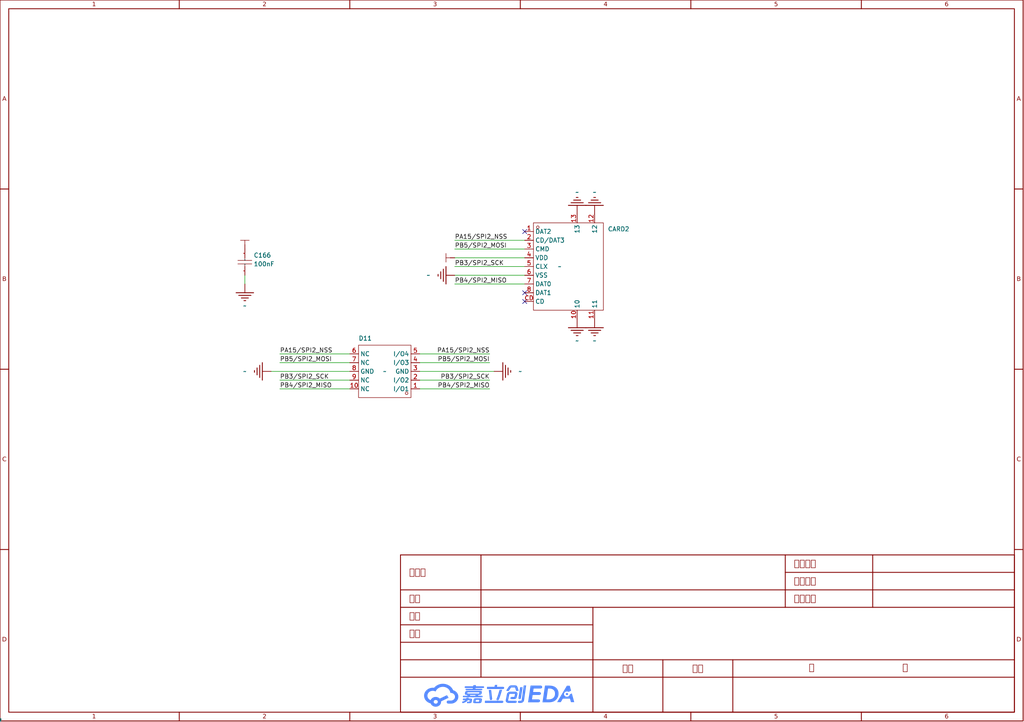
<source format=kicad_sch>
(kicad_sch
	(version 20250114)
	(generator "eeschema")
	(generator_version "9.0")
	(uuid "de555baf-a868-4f05-9cc2-989198744289")
	(paper "User" 297.434 209.804)
	(lib_symbols
		(symbol "Library:CL05B104KO5NNNC"
			(exclude_from_sim no)
			(in_bom yes)
			(on_board yes)
			(property "Reference" "C"
				(at 0 0 0)
				(effects
					(font
						(size 1.27 1.27)
					)
				)
			)
			(property "Value" "100nF"
				(at 0 0 0)
				(effects
					(font
						(size 1.27 1.27)
					)
					(hide yes)
				)
			)
			(property "Footprint" "ProPrj_立创·-easyedapro:C0402"
				(at 0 0 0)
				(effects
					(font
						(size 1.27 1.27)
					)
					(hide yes)
				)
			)
			(property "Datasheet" "https://atta.szlcsc.com/upload/public/pdf/source/20160218/1457707763339.pdf"
				(at 0 0 0)
				(effects
					(font
						(size 1.27 1.27)
					)
					(hide yes)
				)
			)
			(property "Description" "容值:100nF;精度:±10%;额定电压:16V;材质(温度系数):X7R;"
				(at 0 0 0)
				(effects
					(font
						(size 1.27 1.27)
					)
					(hide yes)
				)
			)
			(property "Manufacturer Part" "CL05B104KO5NNNC"
				(at 0 0 0)
				(effects
					(font
						(size 1.27 1.27)
					)
					(hide yes)
				)
			)
			(property "Manufacturer" "SAMSUNG(三星)"
				(at 0 0 0)
				(effects
					(font
						(size 1.27 1.27)
					)
					(hide yes)
				)
			)
			(property "Supplier Part" "C1525"
				(at 0 0 0)
				(effects
					(font
						(size 1.27 1.27)
					)
					(hide yes)
				)
			)
			(property "Supplier" "LCSC"
				(at 0 0 0)
				(effects
					(font
						(size 1.27 1.27)
					)
					(hide yes)
				)
			)
			(property "LCSC Part Name" "100nF ±10% 16V"
				(at 0 0 0)
				(effects
					(font
						(size 1.27 1.27)
					)
					(hide yes)
				)
			)
			(symbol "CL05B104KO5NNNC_1_0"
				(polyline
					(pts
						(xy -1.27 0) (xy -0.508 0)
					)
					(stroke
						(width 0)
						(type default)
					)
					(fill
						(type none)
					)
				)
				(polyline
					(pts
						(xy -0.508 2.032) (xy -0.508 -2.032)
					)
					(stroke
						(width 0)
						(type default)
					)
					(fill
						(type none)
					)
				)
				(polyline
					(pts
						(xy 0.508 2.032) (xy 0.508 -2.032)
					)
					(stroke
						(width 0)
						(type default)
					)
					(fill
						(type none)
					)
				)
				(polyline
					(pts
						(xy 0.508 0) (xy 1.27 0)
					)
					(stroke
						(width 0)
						(type default)
					)
					(fill
						(type none)
					)
				)
				(pin input line
					(at -3.81 0 0)
					(length 2.54)
					(name "1"
						(effects
							(font
								(size 0.0254 0.0254)
							)
						)
					)
					(number "1"
						(effects
							(font
								(size 0.0254 0.0254)
							)
						)
					)
				)
				(pin input line
					(at 3.81 0 180)
					(length 2.54)
					(name "2"
						(effects
							(font
								(size 0.0254 0.0254)
							)
						)
					)
					(number "2"
						(effects
							(font
								(size 0.0254 0.0254)
							)
						)
					)
				)
			)
			(embedded_fonts no)
		)
		(symbol "Library:Ground-GND"
			(power)
			(pin_numbers
				(hide yes)
			)
			(pin_names
				(hide yes)
			)
			(exclude_from_sim no)
			(in_bom yes)
			(on_board yes)
			(property "Reference" "#PWR"
				(at 0 0 0)
				(effects
					(font
						(size 1.27 1.27)
					)
					(hide yes)
				)
			)
			(property "Value" ""
				(at 0 -6.35 0)
				(effects
					(font
						(size 1.27 1.27)
					)
					(hide yes)
				)
			)
			(property "Footprint" "ProPrj_立创·-easyedapro:"
				(at 0 0 0)
				(effects
					(font
						(size 1.27 1.27)
					)
					(hide yes)
				)
			)
			(property "Datasheet" ""
				(at 0 0 0)
				(effects
					(font
						(size 1.27 1.27)
					)
					(hide yes)
				)
			)
			(property "Description" ""
				(at 0 0 0)
				(effects
					(font
						(size 1.27 1.27)
					)
					(hide yes)
				)
			)
			(symbol "Ground-GND_1_0"
				(polyline
					(pts
						(xy -2.54 -2.54) (xy 2.54 -2.54)
					)
					(stroke
						(width 0.254)
						(type default)
					)
					(fill
						(type none)
					)
				)
				(polyline
					(pts
						(xy -1.778 -3.302) (xy 1.778 -3.302)
					)
					(stroke
						(width 0.254)
						(type default)
					)
					(fill
						(type none)
					)
				)
				(polyline
					(pts
						(xy -1.016 -4.064) (xy 1.016 -4.064)
					)
					(stroke
						(width 0.254)
						(type default)
					)
					(fill
						(type none)
					)
				)
				(polyline
					(pts
						(xy -0.254 -4.826) (xy 0.254 -4.826)
					)
					(stroke
						(width 0.254)
						(type default)
					)
					(fill
						(type none)
					)
				)
				(pin power_in line
					(at 0 0 270)
					(length 2.54)
					(name ""
						(effects
							(font
								(size 1.27 1.27)
							)
						)
					)
					(number "1"
						(effects
							(font
								(size 0.0254 0.0254)
							)
						)
					)
				)
			)
			(embedded_fonts no)
		)
		(symbol "Library:Power-VCC"
			(power)
			(pin_numbers
				(hide yes)
			)
			(pin_names
				(hide yes)
			)
			(exclude_from_sim no)
			(in_bom yes)
			(on_board yes)
			(property "Reference" "#PWR"
				(at 0 0 0)
				(effects
					(font
						(size 1.27 1.27)
					)
					(hide yes)
				)
			)
			(property "Value" ""
				(at 0 2.54 0)
				(effects
					(font
						(size 1.27 1.27)
					)
					(justify bottom)
				)
			)
			(property "Footprint" "ProPrj_立创·-easyedapro:"
				(at 0 0 0)
				(effects
					(font
						(size 1.27 1.27)
					)
					(hide yes)
				)
			)
			(property "Datasheet" ""
				(at 0 0 0)
				(effects
					(font
						(size 1.27 1.27)
					)
					(hide yes)
				)
			)
			(property "Description" ""
				(at 0 0 0)
				(effects
					(font
						(size 1.27 1.27)
					)
					(hide yes)
				)
			)
			(symbol "Power-VCC_1_0"
				(polyline
					(pts
						(xy -1.27 2.54) (xy 1.27 2.54)
					)
					(stroke
						(width 0)
						(type default)
					)
					(fill
						(type none)
					)
				)
				(polyline
					(pts
						(xy 0 2.54) (xy 0 1.27)
					)
					(stroke
						(width 0)
						(type default)
					)
					(fill
						(type none)
					)
				)
				(pin power_in line
					(at 0 0 90)
					(length 1.27)
					(name "+5V_IN"
						(effects
							(font
								(size 1.27 1.27)
							)
						)
					)
					(number "1"
						(effects
							(font
								(size 0.0254 0.0254)
							)
						)
					)
				)
			)
			(embedded_fonts no)
		)
		(symbol "Library:RCLAMP0524P_C907837"
			(exclude_from_sim no)
			(in_bom yes)
			(on_board yes)
			(property "Reference" "D"
				(at 0 0 0)
				(effects
					(font
						(size 1.27 1.27)
					)
				)
			)
			(property "Value" ""
				(at 0 0 0)
				(effects
					(font
						(size 1.27 1.27)
					)
				)
			)
			(property "Footprint" "ProPrj_立创·-easyedapro:DFN2510-10_L2.5-W1.0-P0.50-BL"
				(at 0 0 0)
				(effects
					(font
						(size 1.27 1.27)
					)
					(hide yes)
				)
			)
			(property "Datasheet" "https://atta.szlcsc.com/upload/public/pdf/source/20210810/AE3DE9AC94AD2A317FD9BEA10653400F.pdf"
				(at 0 0 0)
				(effects
					(font
						(size 1.27 1.27)
					)
					(hide yes)
				)
			)
			(property "Description" ""
				(at 0 0 0)
				(effects
					(font
						(size 1.27 1.27)
					)
					(hide yes)
				)
			)
			(property "Manufacturer Part" "RCLAMP0524P"
				(at 0 0 0)
				(effects
					(font
						(size 1.27 1.27)
					)
					(hide yes)
				)
			)
			(property "Manufacturer" "TECH PUBLIC(台舟)"
				(at 0 0 0)
				(effects
					(font
						(size 1.27 1.27)
					)
					(hide yes)
				)
			)
			(property "Supplier Part" "C907837"
				(at 0 0 0)
				(effects
					(font
						(size 1.27 1.27)
					)
					(hide yes)
				)
			)
			(property "Supplier" "LCSC"
				(at 0 0 0)
				(effects
					(font
						(size 1.27 1.27)
					)
					(hide yes)
				)
			)
			(property "LCSC Part Name" "RCLAMP0524P"
				(at 0 0 0)
				(effects
					(font
						(size 1.27 1.27)
					)
					(hide yes)
				)
			)
			(symbol "RCLAMP0524P_C907837_1_0"
				(rectangle
					(start -7.62 -7.62)
					(end 7.62 7.62)
					(stroke
						(width 0)
						(type default)
					)
					(fill
						(type none)
					)
				)
				(circle
					(center -6.35 6.35)
					(radius 0.381)
					(stroke
						(width 0)
						(type default)
					)
					(fill
						(type none)
					)
				)
				(pin input line
					(at -10.16 5.08 0)
					(length 2.54)
					(name "I/O1"
						(effects
							(font
								(size 1.27 1.27)
							)
						)
					)
					(number "1"
						(effects
							(font
								(size 1.27 1.27)
							)
						)
					)
				)
				(pin input line
					(at -10.16 2.54 0)
					(length 2.54)
					(name "I/O2"
						(effects
							(font
								(size 1.27 1.27)
							)
						)
					)
					(number "2"
						(effects
							(font
								(size 1.27 1.27)
							)
						)
					)
				)
				(pin input line
					(at -10.16 0 0)
					(length 2.54)
					(name "GND"
						(effects
							(font
								(size 1.27 1.27)
							)
						)
					)
					(number "3"
						(effects
							(font
								(size 1.27 1.27)
							)
						)
					)
				)
				(pin input line
					(at -10.16 -2.54 0)
					(length 2.54)
					(name "I/O3"
						(effects
							(font
								(size 1.27 1.27)
							)
						)
					)
					(number "4"
						(effects
							(font
								(size 1.27 1.27)
							)
						)
					)
				)
				(pin input line
					(at -10.16 -5.08 0)
					(length 2.54)
					(name "I/O4"
						(effects
							(font
								(size 1.27 1.27)
							)
						)
					)
					(number "5"
						(effects
							(font
								(size 1.27 1.27)
							)
						)
					)
				)
				(pin input line
					(at 10.16 5.08 180)
					(length 2.54)
					(name "NC"
						(effects
							(font
								(size 1.27 1.27)
							)
						)
					)
					(number "10"
						(effects
							(font
								(size 1.27 1.27)
							)
						)
					)
				)
				(pin input line
					(at 10.16 2.54 180)
					(length 2.54)
					(name "NC"
						(effects
							(font
								(size 1.27 1.27)
							)
						)
					)
					(number "9"
						(effects
							(font
								(size 1.27 1.27)
							)
						)
					)
				)
				(pin input line
					(at 10.16 0 180)
					(length 2.54)
					(name "GND"
						(effects
							(font
								(size 1.27 1.27)
							)
						)
					)
					(number "8"
						(effects
							(font
								(size 1.27 1.27)
							)
						)
					)
				)
				(pin input line
					(at 10.16 -2.54 180)
					(length 2.54)
					(name "NC"
						(effects
							(font
								(size 1.27 1.27)
							)
						)
					)
					(number "7"
						(effects
							(font
								(size 1.27 1.27)
							)
						)
					)
				)
				(pin input line
					(at 10.16 -5.08 180)
					(length 2.54)
					(name "NC"
						(effects
							(font
								(size 1.27 1.27)
							)
						)
					)
					(number "6"
						(effects
							(font
								(size 1.27 1.27)
							)
						)
					)
				)
			)
			(embedded_fonts no)
		)
		(symbol "Library:Sheet-Symbol_A4"
			(exclude_from_sim no)
			(in_bom yes)
			(on_board yes)
			(property "Reference" ""
				(at 0 0 0)
				(effects
					(font
						(size 1.27 1.27)
					)
				)
			)
			(property "Value" ""
				(at 0 0 0)
				(effects
					(font
						(size 1.27 1.27)
					)
				)
			)
			(property "Footprint" "ProPrj_立创·-easyedapro:"
				(at 0 0 0)
				(effects
					(font
						(size 1.27 1.27)
					)
					(hide yes)
				)
			)
			(property "Datasheet" ""
				(at 0 0 0)
				(effects
					(font
						(size 1.27 1.27)
					)
					(hide yes)
				)
			)
			(property "Description" ""
				(at 0 0 0)
				(effects
					(font
						(size 1.27 1.27)
					)
					(hide yes)
				)
			)
			(symbol "Sheet-Symbol_A4_0_0"
				(polyline
					(pts
						(xy 128.7854 10.797) (xy 128.9314 10.7879) (xy 129.0762 10.7727) (xy 129.2196 10.7516) (xy 129.3615 10.7247)
						(xy 129.5015 10.6919) (xy 129.6396 10.6535) (xy 129.7755 10.6093) (xy 129.909 10.5596) (xy 130.0399 10.5043)
						(xy 130.1681 10.4436) (xy 130.2933 10.3775) (xy 130.4153 10.306) (xy 130.534 10.2293) (xy 130.6491 10.1475)
						(xy 130.7605 10.0605) (xy 130.8308 10.0016) (xy 130.8989 9.941) (xy 130.9647 9.8787) (xy 131.0282 9.8146)
						(xy 131.0894 9.749) (xy 131.1483 9.6818) (xy 131.2048 9.6131) (xy 131.259 9.543) (xy 131.3108 9.4715)
						(xy 131.3602 9.3988) (xy 131.4072 9.3248) (xy 131.4518 9.2497) (xy 131.4939 9.1734) (xy 131.5336 9.0962)
						(xy 131.5708 9.018) (xy 131.6054 8.9389) (xy 131.7692 8.8856) (xy 131.9267 8.821) (xy 132.0774 8.7457)
						(xy 132.2206 8.6601) (xy 132.3556 8.5649) (xy 132.482 8.4605) (xy 132.5989 8.3475) (xy 132.7059 8.2265)
						(xy 132.8022 8.0979) (xy 132.8873 7.9622) (xy 132.9606 7.8201) (xy 133.0213 7.6721) (xy 133.0689 7.5186)
						(xy 133.0876 7.44) (xy 133.1028 7.3602) (xy 133.1144 7.2794) (xy 133.1223 7.1975) (xy 133.1265 7.1147)
						(xy 133.1268 7.031) (xy 133.1244 6.9368) (xy 133.1172 6.8432) (xy 133.1052 6.7504) (xy 133.0885 6.6585)
						(xy 133.0672 6.5676) (xy 133.0413 6.4779) (xy 133.0109 6.3895) (xy 132.976 6.3026) (xy 132.9367 6.2172)
						(xy 132.8931 6.1334) (xy 132.8452 6.0516) (xy 132.793 5.9716) (xy 132.7367 5.8938) (xy 132.6762 5.8181)
						(xy 132.6117 5.7448) (xy 132.5432 5.674) (xy 132.4716 5.6066) (xy 132.3971 5.5425) (xy 132.3197 5.4819)
						(xy 132.2396 5.4248) (xy 132.157 5.3713) (xy 132.072 5.3214) (xy 131.9846 5.2753) (xy 131.8951 5.2329)
						(xy 131.8036 5.1943) (xy 131.7102 5.1596) (xy 131.6149 5.1289) (xy 131.5181 5.1021) (xy 131.4198 5.0795)
						(xy 131.3201 5.061) (xy 131.2191 5.0467) (xy 131.117 5.0366) (xy 131.0755 5.0344) (xy 131.034 5.0344)
						(xy 130.1989 5.0344) (xy 130.1989 5.0388) (xy 130.1754 5.0412) (xy 130.1524 5.0445) (xy 130.1296 5.0488)
						(xy 130.1073 5.0541) (xy 130.0854 5.0602) (xy 130.064 5.0672) (xy 130.043 5.0751) (xy 130.0225 5.0839)
						(xy 130.0026 5.0934) (xy 129.9832 5.1037) (xy 129.9644 5.1148) (xy 129.9461 5.1267) (xy 129.9286 5.1392)
						(xy 129.9116 5.1525) (xy 129.8954 5.1664) (xy 129.8799 5.181) (xy 129.8651 5.1961) (xy 129.851 5.2119)
						(xy 129.8378 5.2283) (xy 129.8254 5.2452) (xy 129.8138 5.2627) (xy 129.8031 5.2807) (xy 129.7933 5.2991)
						(xy 129.7844 5.318) (xy 129.7764 5.3374) (xy 129.7694 5.3571) (xy 129.7635 5.3773) (xy 129.7585 5.3978)
						(xy 129.7546 5.4186) (xy 129.7518 5.4398) (xy 129.7501 5.4613) (xy 129.7495 5.483) (xy 129.7502 5.506)
						(xy 129.7521 5.5286) (xy 129.7552 5.551) (xy 129.7596 5.573) (xy 129.7651 5.5946) (xy 129.7718 5.6158)
						(xy 129.7796 5.6365) (xy 129.7884 5.6568) (xy 129.7983 5.6765) (xy 129.8093 5.6958) (xy 129.8212 5.7145)
						(xy 129.834 5.7326) (xy 129.8478 5.7501) (xy 129.8624 5.767) (xy 129.8779 5.7832) (xy 129.8942 5.7987)
						(xy 129.9113 5.8134) (xy 129.9292 5.8275) (xy 129.9477 5.8407) (xy 129.967 5.8532) (xy 129.9869 5.8648)
						(xy 130.0075 5.8755) (xy 130.0286 5.8854) (xy 130.0503 5.8943) (xy 130.0726 5.9023) (xy 130.0953 5.9094)
						(xy 130.1185 5.9154) (xy 130.1421 5.9204) (xy 130.1662 5.9243) (xy 130.1906 5.9271) (xy 130.2153 5.9288)
						(xy 130.2404 5.9294) (xy 130.2531 5.9293) (xy 130.2656 5.929) (xy 130.2779 5.9284) (xy 130.2901 5.9275)
						(xy 130.3022 5.9263) (xy 130.3142 5.9247) (xy 130.3261 5.9228) (xy 130.338 5.9205) (xy 131.0413 5.9205)
						(xy 131.0998 5.9264) (xy 131.1574 5.9347) (xy 131.214 5.9454) (xy 131.2697 5.9584) (xy 131.3243 5.9737)
						(xy 131.3778 5.9913) (xy 131.4302 6.011) (xy 131.4812 6.0328) (xy 131.531 6.0567) (xy 131.5794 6.0826)
						(xy 131.6264 6.1103) (xy 131.6718 6.14) (xy 131.7157 6.1714) (xy 131.7579 6.2046) (xy 131.7984 6.2394)
						(xy 131.8371 6.2759) (xy 131.874 6.3139) (xy 131.909 6.3535) (xy 131.9421 6.3945) (xy 131.973 6.4368)
						(xy 132.0019 6.4805) (xy 132.0287 6.5255) (xy 132.0532 6.5716) (xy 132.0753 6.6189) (xy 132.0952 6.6673)
						(xy 132.1126 6.7167) (xy 132.1275 6.767) (xy 132.1398 6.8183) (xy 132.1495 6.8703) (xy 132.1565 6.9232)
						(xy 132.1608 6.9768) (xy 132.1622 7.031) (xy 132.1606 7.0884) (xy 132.1559 7.1449) (xy 132.1481 7.2007)
						(xy 132.1374 7.2556) (xy 132.1237 7.3095) (xy 132.1073 7.3624) (xy 132.088 7.4142) (xy 132.0661 7.4648)
						(xy 132.0417 7.5142) (xy 132.0146 7.5622) (xy 131.9852 7.6089) (xy 131.9533 7.6542) (xy 131.9192 7.6979)
						(xy 131.8829 7.74) (xy 131.8444 7.7805) (xy 131.8039 7.8192) (xy 131.7613 7.8561) (xy 131.7169 7.8912)
						(xy 131.6706 7.9243) (xy 131.6225 7.9554) (xy 131.5728 7.9844) (xy 131.5215 8.0113) (xy 131.4686 8.0359)
						(xy 131.4143 8.0583) (xy 131.3586 8.0783) (xy 131.3016 8.0958) (xy 131.2433 8.1108) (xy 131.1839 8.1233)
						(xy 131.1235 8.1331) (xy 131.062 8.1402) (xy 130.9996 8.1445) (xy 130.9363 8.146) (xy 130.9056 8.1459)
						(xy 130.8905 8.1457) (xy 130.8756 8.1454) (xy 130.8608 8.1449) (xy 130.846 8.1441) (xy 130.8313 8.143)
						(xy 130.8167 8.1415) (xy 130.8029 8.2346) (xy 130.7844 8.3262) (xy 130.7615 8.4163) (xy 130.7341 8.5047)
						(xy 130.7024 8.5915) (xy 130.6665 8.6764) (xy 130.6266 8.7594) (xy 130.5827 8.8404) (xy 130.5349 8.9193)
						(xy 130.4834 8.996) (xy 130.4283 9.0703) (xy 130.3696 9.1422) (xy 130.3075 9.2116) (xy 130.2422 9.2784)
						(xy 130.1737 9.3424) (xy 130.1021 9.4036) (xy 130.0275 9.4619) (xy 129.9501 9.5171) (xy 129.87 9.5692)
						(xy 129.7873 9.6181) (xy 129.702 9.6637) (xy 129.6144 9.7058) (xy 129.5245 9.7444) (xy 129.4324 9.7794)
						(xy 129.3383 9.8106) (xy 129.2422 9.838) (xy 129.1442 9.8614) (xy 129.0446 9.8808) (xy 128.9434 9.8961)
						(xy 128.8406 9.9071) (xy 128.7365 9.9138) (xy 128.6311 9.9161) (xy 128.5404 9.9144) (xy 128.4507 9.9095)
						(xy 128.3619 9.9013) (xy 128.2742 9.8899) (xy 128.1877 9.8755) (xy 128.1024 9.858) (xy 128.0184 9.8375)
						(xy 127.9357 9.8141) (xy 127.8544 9.7879) (xy 127.7747 9.7589) (xy 127.6965 9.7271) (xy 127.62 9.6927)
						(xy 127.5451 9.6558) (xy 127.4721 9.6163) (xy 127.4009 9.5743) (xy 127.3316 9.5299) (xy 127.2644 9.4832)
						(xy 127.1992 9.4342) (xy 127.1361 9.3831) (xy 127.0752 9.3297) (xy 127.0167 9.2743) (xy 126.9604 9.2169)
						(xy 126.9066 9.1575) (xy 126.8553 9.0962) (xy 126.8066 9.0331) (xy 126.7605 8.9683) (xy 126.7171 8.9017)
						(xy 126.6764 8.8336) (xy 126.6387 8.7638) (xy 126.6038 8.6925) (xy 126.572 8.6198) (xy 126.5432 8.5457)
						(xy 126.4974 8.5709) (xy 126.4506 8.5945) (xy 126.4029 8.6168) (xy 126.3544 8.6375) (xy 126.3049 8.6567)
						(xy 126.2547 8.6744) (xy 126.2037 8.6906) (xy 126.1518 8.7051) (xy 126.0993 8.718) (xy 126.046 8.7293)
						(xy 125.992 8.739) (xy 125.9374 8.7469) (xy 125.8821 8.7531) (xy 125.8263 8.7576) (xy 125.7699 8.7603)
						(xy 125.7129 8.7612) (xy 125.6323 8.7593) (xy 125.5528 8.7538) (xy 125.4745 8.7447) (xy 125.3974 8.7322)
						(xy 125.3217 8.7162) (xy 125.2474 8.697) (xy 125.1747 8.6745) (xy 125.1036 8.649) (xy 125.0343 8.6204)
						(xy 124.9668 8.5889) (xy 124.9012 8.5546) (xy 124.8377 8.5175) (xy 124.7763 8.4777) (xy 124.7172 8.4354)
						(xy 124.6604 8.3906) (xy 124.606 8.3434) (xy 124.5542 8.2939) (xy 124.505 8.2422) (xy 124.4585 8.1884)
						(xy 124.4149 8.1325) (xy 124.3742 8.0747) (xy 124.3365 8.0151) (xy 124.3019 7.9538) (xy 124.2706 7.8907)
						(xy 124.2425 7.8261) (xy 124.2179 7.76) (xy 124.1968 7.6926) (xy 124.1794 7.6238) (xy 124.1656 7.5538)
						(xy 124.1556 7.4827) (xy 124.1496 7.4106) (xy 124.1476 7.3375) (xy 124.1487 7.283) (xy 124.152 7.229)
						(xy 124.1575 7.1756) (xy 124.1652 7.1228) (xy 124.175 7.0707) (xy 124.1868 7.0192) (xy 124.2006 6.9684)
						(xy 124.2165 6.9183) (xy 124.2342 6.8691) (xy 124.2539 6.8206) (xy 124.2754 6.773) (xy 124.2987 6.7263)
						(xy 124.3239 6.6805) (xy 124.3507 6.6357) (xy 124.3793 6.5919) (xy 124.4095 6.5491) (xy 124.4413 6.5074)
						(xy 124.4747 6.4667) (xy 124.5096 6.4272) (xy 124.5461 6.3889) (xy 124.5839 6.3518) (xy 124.6232 6.316)
						(xy 124.6639 6.2814) (xy 124.7059 6.2481) (xy 124.7492 6.2162) (xy 124.7938 6.1857) (xy 124.8396 6.1566)
						(xy 124.8865 6.129) (xy 124.9346 6.1029) (xy 124.9838 6.0783) (xy 125.034 6.0552) (xy 125.0853 6.0338)
						(xy 125.1302 6.1348) (xy 125.1831 6.2318) (xy 125.2437 6.3244) (xy 125.3116 6.4124) (xy 125.3864 6.4953)
						(xy 125.4677 6.5728) (xy 125.5552 6.6447) (xy 125.6485 6.7104) (xy 125.7472 6.7697) (xy 125.8509 6.8222)
						(xy 125.9592 6.8676) (xy 126.0719 6.9055) (xy 126.1885 6.9356) (xy 126.3085 6.9575) (xy 126.4318 6.971)
						(xy 126.5578 6.9755) (xy 126.6447 6.9733) (xy 126.7304 6.9668) (xy 126.8147 6.9561) (xy 126.8976 6.9414)
						(xy 126.9788 6.9227) (xy 127.0583 6.9002) (xy 127.136 6.874) (xy 127.2117 6.8442) (xy 127.2852 6.8109)
						(xy 127.3565 6.7743) (xy 127.4255 6.7345) (xy 127.4919 6.6916) (xy 127.5557 6.6457) (xy 127.6167 6.5969)
						(xy 127.6749 6.5455) (xy 127.73 6.4913) (xy 129.8252 7.493) (xy 130.3039 6.7379) (xy 128.1134 5.6918)
						(xy 128.1151 5.6749) (xy 128.1166 5.6578) (xy 128.1178 5.6404) (xy 128.1189 5.6229) (xy 128.1197 5.6055)
						(xy 128.1202 5.5881) (xy 128.1206 5.5709) (xy 128.1207 5.5541) (xy 128.1187 5.4812) (xy 128.1126 5.4093)
						(xy 128.1027 5.3384) (xy 128.0889 5.2686) (xy 128.0714 5.2001) (xy 128.0504 5.1328) (xy 128.0258 5.0669)
						(xy 127.9978 5.0025) (xy 127.9664 4.9397) (xy 127.9319 4.8785) (xy 127.8943 4.8191) (xy 127.8536 4.7615)
						(xy 127.81 4.7058) (xy 127.7637 4.6522) (xy 127.7145 4.6006) (xy 127.6628 4.5513) (xy 127.6086 4.5043)
						(xy 127.5519 4.4596) (xy 127.4929 4.4174) (xy 127.4317 4.3778) (xy 127.3684 4.3408) (xy 127.3031 4.3066)
						(xy 127.2358 4.2752) (xy 127.1667 4.2467) (xy 127.0959 4.2212) (xy 127.0235 4.1988) (xy 126.9495 4.1797)
						(xy 126.8741 4.1638) (xy 126.7974 4.1513) (xy 126.7194 4.1422) (xy 126.6404 4.1367) (xy 126.5603 4.1349)
						(xy 126.4962 4.1361) (xy 126.4328 4.1396) (xy 126.3701 4.1454) (xy 126.3082 4.1534) (xy 126.247 4.1637)
						(xy 126.1867 4.1761) (xy 126.1272 4.1906) (xy 126.0687 4.2072) (xy 126.0112 4.2257) (xy 125.9548 4.2463)
						(xy 125.8994 4.2688) (xy 125.8452 4.2931) (xy 125.7922 4.3193) (xy 125.7404 4.3472) (xy 125.69 4.3769)
						(xy 125.6408 4.4083) (xy 125.5931 4.4414) (xy 125.5469 4.476) (xy 125.5021 4.5122) (xy 125.4589 4.5499)
						(xy 125.4173 4.5891) (xy 125.3774 4.6296) (xy 125.3392 4.6716) (xy 125.3027 4.7149) (xy 125.268 4.7594)
						(xy 125.2352 4.8052) (xy 125.2044 4.8522) (xy 125.1754 4.9003) (xy 125.1485 4.9495) (xy 125.1237 4.9997)
						(xy 125.101 5.051) (xy 125.0804 5.1032) (xy 124.9916 5.1259) (xy 124.904 5.1514) (xy 124.8175 5.1797)
						(xy 124.7323 5.2108) (xy 124.6484 5.2446) (xy 124.5659 5.2811) (xy 124.4849 5.3204) (xy 124.4055 5.3622)
						(xy 124.3277 5.4068) (xy 124.2516 5.4539) (xy 124.1772 5.5036) (xy 124.1048 5.5558) (xy 124.1012 5.5585)
						(xy 125.962 5.5585) (xy 125.9628 5.5302) (xy 125.9651 5.5022) (xy 125.9689 5.4747) (xy 125.9743 5.4476)
						(xy 125.981 5.421) (xy 125.9892 5.3949) (xy 125.9987 5.3694) (xy 126.0095 5.3444) (xy 126.0216 5.3201)
						(xy 126.035 5.2965) (xy 126.0495 5.2735) (xy 126.0652 5.2512) (xy 126.0821 5.2297) (xy 126.1 5.209)
						(xy 126.119 5.1891) (xy 126.139 5.1701) (xy 126.16 5.152) (xy 126.1819 5.1348) (xy 126.2047 5.1185)
						(xy 126.2283 5.1033) (xy 126.2528 5.0891) (xy 126.2781 5.0759) (xy 126.3041 5.0638) (xy 126.3308 5.0529)
						(xy 126.3582 5.0431) (xy 126.3862 5.0345) (xy 126.4147 5.0271) (xy 126.4439 5.021) (xy 126.4735 5.0162)
						(xy 126.5036 5.0128) (xy 126.5342 5.0106) (xy 126.5651 5.0099) (xy 126.5963 5.0107) (xy 126.6271 5.0128)
						(xy 126.6573 5.0163) (xy 126.6871 5.0211) (xy 126.7164 5.0273) (xy 126.745 5.0347) (xy 126.7731 5.0433)
						(xy 126.8005 5.0532) (xy 126.8273 5.0642) (xy 126.8533 5.0763) (xy 126.8785 5.0896) (xy 126.903 5.1039)
						(xy 126.9266 5.1192) (xy 126.9494 5.1355) (xy 126.9713 5.1528) (xy 126.9922 5.171) (xy 127.0121 5.19)
						(xy 127.031 5.21) (xy 127.0489 5.2307) (xy 127.0657 5.2522) (xy 127.0813 5.2745) (xy 127.0958 5.2974)
						(xy 127.1091 5.3211) (xy 127.1211 5.3454) (xy 127.1319 5.3703) (xy 127.1413 5.3957) (xy 127.1494 5.4217)
						(xy 127.1561 5.4482) (xy 127.1614 5.4752) (xy 127.1652 5.5026) (xy 127.1675 5.5304) (xy 127.1683 5.5585)
						(xy 127.1675 5.5869) (xy 127.1652 5.6148) (xy 127.1613 5.6424) (xy 127.156 5.6695) (xy 127.1493 5.6961)
						(xy 127.1411 5.7221) (xy 127.1316 5.7477) (xy 127.1208 5.7726) (xy 127.1087 5.7969) (xy 127.0953 5.8206)
						(xy 127.0808 5.8436) (xy 127.065 5.8658) (xy 127.0482 5.8873) (xy 127.0303 5.908) (xy 127.0113 5.9279)
						(xy 126.9913 5.9469) (xy 126.9703 5.965) (xy 126.9484 5.9823) (xy 126.9256 5.9985) (xy 126.9019 6.0138)
						(xy 126.8775 6.028) (xy 126.8522 6.0412) (xy 126.8262 6.0532) (xy 126.7995 6.0642) (xy 126.7721 6.074)
						(xy 126.7441 6.0826) (xy 126.7155 6.0899) (xy 126.6864 6.096) (xy 126.6568 6.1008) (xy 126.6266 6.1043)
						(xy 126.5961 6.1064) (xy 126.5651 6.1071) (xy 126.5342 6.1064) (xy 126.5036 6.1043) (xy 126.4735 6.1008)
						(xy 126.4439 6.0959) (xy 126.4147 6.0898) (xy 126.3862 6.0824) (xy 126.3582 6.0737) (xy 126.3308 6.0639)
						(xy 126.3041 6.0529) (xy 126.2781 6.0407) (xy 126.2528 6.0275) (xy 126.2283 6.0132) (xy 126.2047 5.9979)
						(xy 126.1819 5.9815) (xy 126.16 5.9643) (xy 126.139 5.9461) (xy 126.119 5.927) (xy 126.1 5.9071)
						(xy 126.0821 5.8864) (xy 126.0652 5.8648) (xy 126.0495 5.8426) (xy 126.035 5.8196) (xy 126.0216 5.796)
						(xy 126.0095 5.7717) (xy 125.9987 5.7468) (xy 125.9892 5.7213) (xy 125.981 5.6953) (xy 125.9743 5.6688)
						(xy 125.9689 5.6419) (xy 125.9651 5.6145) (xy 125.9628 5.5867) (xy 125.962 5.5585) (xy 124.1012 5.5585)
						(xy 124.0342 5.6105) (xy 123.9657 5.6677) (xy 123.8993 5.7274) (xy 123.835 5.7895) (xy 123.758 5.8709)
						(xy 123.6856 5.9549) (xy 123.6177 6.0416) (xy 123.5545 6.1307) (xy 123.496 6.2221) (xy 123.4422 6.3156)
						(xy 123.3933 6.4112) (xy 123.3493 6.5085) (xy 123.3103 6.6077) (xy 123.2762 6.7084) (xy 123.2472 6.8105)
						(xy 123.2234 6.9139) (xy 123.2047 7.0184) (xy 123.1913 7.124) (xy 123.1832 7.2304) (xy 123.1805 7.3375)
						(xy 123.1836 7.4524) (xy 123.1929 7.5664) (xy 123.2082 7.6791) (xy 123.2296 7.7906) (xy 123.2569 7.9006)
						(xy 123.29 8.0089) (xy 123.3289 8.1155) (xy 123.3734 8.2201) (xy 123.4236 8.3226) (xy 123.4793 8.4228)
						(xy 123.5405 8.5207) (xy 123.607 8.6159) (xy 123.6789 8.7084) (xy 123.7559 8.7979) (xy 123.8381 8.8844)
						(xy 123.9253 8.9677) (xy 124.0165 9.0474) (xy 124.1112 9.1225) (xy 124.2094 9.1927) (xy 124.3108 9.2582)
						(xy 124.4153 9.3187) (xy 124.5227 9.3743) (xy 124.6329 9.425) (xy 124.7455 9.4705) (xy 124.8606 9.5109)
						(xy 124.9779 9.5462) (xy 125.0971 9.5761) (xy 125.2183 9.6008) (xy 125.3411 9.6201) (xy 125.4654 9.634)
						(xy 125.591 9.6423) (xy 125.7178 9.6451) (xy 125.7634 9.6448) (xy 125.8089 9.6439) (xy 125.8542 9.6422)
						(xy 125.8994 9.6399) (xy 125.9444 9.6368) (xy 125.9894 9.633) (xy 126.0343 9.6283) (xy 126.0792 9.6229)
						(xy 126.1154 9.6668) (xy 126.1524 9.7099) (xy 126.1904 9.7525) (xy 126.2293 9.7944) (xy 126.2691 9.8356)
						(xy 126.3097 9.8762) (xy 126.3512 9.9161) (xy 126.3936 9.9552) (xy 126.4368 9.9937) (xy 126.4809 10.0315)
						(xy 126.5259 10.0685) (xy 126.5716 10.1048) (xy 126.6182 10.1404) (xy 126.6657 10.1752) (xy 126.7139 10.2093)
						(xy 126.7629 10.2426) (xy 126.8667 10.3089) (xy 126.9726 10.3711) (xy 127.0808 10.4293) (xy 127.1909 10.4833)
						(xy 127.3031 10.5333) (xy 127.4171 10.579) (xy 127.5329 10.6206) (xy 127.6503 10.6579) (xy 127.7693 10.691)
						(xy 127.8898 10.7197) (xy 128.0117 10.7441) (xy 128.1349 10.7642) (xy 128.2592 10.7798) (xy 128.3846 10.791)
						(xy 128.5111 10.7978) (xy 128.6384 10.8) (xy 128.7854 10.797)
					)
					(stroke
						(width -0.0001)
						(type solid)
					)
					(fill
						(type color)
						(color 85 136 255 1)
					)
				)
				(polyline
					(pts
						(xy 136.0841 6.5158) (xy 136.6628 6.5158) (xy 136.6959 6.5153) (xy 136.7276 6.5139) (xy 136.7581 6.5117)
						(xy 136.7873 6.5084) (xy 136.8152 6.5043) (xy 136.8419 6.4993) (xy 136.8673 6.4933) (xy 136.8915 6.4863)
						(xy 136.9144 6.4785) (xy 136.9361 6.4697) (xy 136.9565 6.4599) (xy 136.9756 6.4492) (xy 136.9936 6.4376)
						(xy 137.0102 6.425) (xy 137.0256 6.4115) (xy 137.0398 6.3969) (xy 137.0528 6.3815) (xy 137.0645 6.365)
						(xy 137.075 6.3476) (xy 137.0842 6.3292) (xy 137.0922 6.3099) (xy 137.099 6.2895) (xy 137.1046 6.2682)
						(xy 137.1089 6.2459) (xy 137.1121 6.2226) (xy 137.114 6.1983) (xy 137.1147 6.1731) (xy 137.1141 6.1468)
						(xy 137.1124 6.1195) (xy 137.1095 6.0912) (xy 137.1053 6.0619) (xy 137.1 6.0316) (xy 137.0218 5.6185)
						(xy 137.0184 5.5885) (xy 137.014 5.5597) (xy 137.0087 5.5321) (xy 137.0024 5.5057) (xy 136.9952 5.4805)
						(xy 136.987 5.4564) (xy 136.9777 5.4334) (xy 136.9675 5.4115) (xy 136.9562 5.3907) (xy 136.9439 5.3709)
						(xy 136.9305 5.3522) (xy 136.9161 5.3345) (xy 136.9005 5.3178) (xy 136.8839 5.302) (xy 136.8661 5.2872)
						(xy 136.8472 5.2734) (xy 136.8272 5.2605) (xy 136.806 5.2485) (xy 136.7836 5.2373) (xy 136.7601 5.227)
						(xy 136.7353 5.2176) (xy 136.7093 5.2089) (xy 136.6821 5.2011) (xy 136.6537 5.194) (xy 136.624 5.1877)
						(xy 136.593 5.1822) (xy 136.5272 5.1732) (xy 136.4561 5.1669) (xy 136.3796 5.1632) (xy 135.647 5.1632)
						(xy 135.647 5.5896) (xy 136.1012 5.5896) (xy 136.1352 5.5903) (xy 136.1667 5.5923) (xy 136.1958 5.5955)
						(xy 136.2226 5.6) (xy 136.2472 5.6056) (xy 136.2697 5.6123) (xy 136.2902 5.6202) (xy 136.3088 5.629)
						(xy 136.3255 5.6389) (xy 136.3405 5.6497) (xy 136.3538 5.6614) (xy 136.3656 5.6739) (xy 136.3759 5.6873)
						(xy 136.3849 5.7014) (xy 136.3926 5.7163) (xy 136.3991 5.7318) (xy 136.4309 5.8606) (xy 136.4335 5.871)
						(xy 136.4355 5.8812) (xy 136.4369 5.891) (xy 136.4376 5.9004) (xy 136.4377 5.9096) (xy 136.4371 5.9184)
						(xy 136.4359 5.9269) (xy 136.4341 5.9351) (xy 136.4316 5.9429) (xy 136.4284 5.9504) (xy 136.4246 5.9576)
						(xy 136.4202 5.9645) (xy 136.4151 5.971) (xy 136.4094 5.9772) (xy 136.4031 5.983) (xy 136.3961 5.9886)
						(xy 136.3884 5.9938) (xy 136.3801 5.9986) (xy 136.3712 6.0031) (xy 136.3616 6.0073) (xy 136.3514 6.0112)
						(xy 136.3405 6.0147) (xy 136.329 6.0179) (xy 136.3168 6.0208) (xy 136.304 6.0233) (xy 136.2906 6.0255)
						(xy 136.2765 6.0274) (xy 136.2618 6.0289) (xy 136.2464 6.0301) (xy 136.2304 6.0309) (xy 136.2137 6.0314)
						(xy 136.1964 6.0316) (xy 135.8838 6.0316) (xy 135.8261 5.9538) (xy 135.7646 5.88) (xy 135.699 5.8101)
						(xy 135.629 5.7439) (xy 135.5545 5.6811) (xy 135.4753 5.6214) (xy 135.391 5.5647) (xy 135.3014 5.5108)
						(xy 135.2064 5.4593) (xy 135.1056 5.4101) (xy 134.9989 5.363) (xy 134.8859 5.3176) (xy 134.7665 5.2739)
						(xy 134.6405 5.2315) (xy 134.5075 5.1902) (xy 134.3674 5.1499) (xy 134.1793 5.5763) (xy 134.3538 5.6267)
						(xy 134.5048 5.6731) (xy 134.5729 5.6957) (xy 134.6368 5.7183) (xy 134.697 5.7412) (xy 134.7541 5.7648)
						(xy 134.8087 5.7894) (xy 134.8612 5.8154) (xy 134.9124 5.843) (xy 134.9626 5.8727) (xy 135.0126 5.9047)
						(xy 135.0627 5.9394) (xy 135.1136 5.9772) (xy 135.1659 6.0183) (xy 134.4162 6.0183) (xy 134.4943 6.5024)
						(xy 135.4174 6.5024) (xy 135.4176 6.5055) (xy 135.4181 6.5095) (xy 135.419 6.5144) (xy 135.4202 6.5203)
						(xy 135.4237 6.5345) (xy 135.4287 6.5519) (xy 135.4318 6.5616) (xy 135.4352 6.5719) (xy 135.439 6.5828)
						(xy 135.4432 6.5943) (xy 135.4477 6.6062) (xy 135.4527 6.6186) (xy 135.4581 6.6314) (xy 135.4638 6.6446)
						(xy 135.4653 6.65) (xy 135.4671 6.6552) (xy 135.4692 6.6604) (xy 135.4715 6.6655) (xy 135.4741 6.6704)
						(xy 135.4769 6.6752) (xy 135.4799 6.68) (xy 135.4832 6.6846) (xy 135.4867 6.689) (xy 135.4904 6.6934)
						(xy 135.4943 6.6975) (xy 135.4983 6.7016) (xy 135.5026 6.7055) (xy 135.507 6.7092) (xy 135.5116 6.7128)
						(xy 135.5163 6.7162) (xy 135.5212 6.7195) (xy 135.5262 6.7225) (xy 135.5313 6.7254) (xy 135.5366 6.7281)
						(xy 135.542 6.7307) (xy 135.5474 6.733) (xy 135.553 6.7351) (xy 135.5586 6.737) (xy 135.5643 6.7387)
						(xy 135.5701 6.7403) (xy 135.5759 6.7415) (xy 135.5817 6.7426) (xy 135.5876 6.7434) (xy 135.5936 6.744)
						(xy 135.5995 6.7444) (xy 135.6055 6.7445) (xy 136.1525 6.7445) (xy 136.0841 6.5158)
					)
					(stroke
						(width -0.0001)
						(type solid)
					)
					(fill
						(type color)
						(color 85 136 255 1)
					)
				)
				(polyline
					(pts
						(xy 138.1964 10.0693) (xy 140.3552 10.0693) (xy 140.3697 10.069) (xy 140.3841 10.0679) (xy 140.3982 10.066)
						(xy 140.4121 10.0635) (xy 140.4257 10.0603) (xy 140.439 10.0564) (xy 140.452 10.0519) (xy 140.4647 10.0468)
						(xy 140.4771 10.041) (xy 140.4891 10.0347) (xy 140.5007 10.0278) (xy 140.5119 10.0204) (xy 140.5227 10.0124)
						(xy 140.5331 10.0039) (xy 140.5429 9.995) (xy 140.5524 9.9855) (xy 140.5613 9.9756) (xy 140.5696 9.9653)
						(xy 140.5775 9.9545) (xy 140.5848 9.9433) (xy 140.5915 9.9318) (xy 140.5976 9.9199) (xy 140.6031 9.9076)
						(xy 140.6079 9.8951) (xy 140.6121 9.8822) (xy 140.6156 9.869) (xy 140.6184 9.8556) (xy 140.6205 9.8419)
						(xy 140.6219 9.828) (xy 140.6225 9.8139) (xy 140.6223 9.7996) (xy 140.6213 9.7851) (xy 140.6197 9.7745)
						(xy 140.6175 9.7641) (xy 140.6148 9.754) (xy 140.6115 9.7439) (xy 140.6077 9.7341) (xy 140.6035 9.7245)
						(xy 140.5987 9.7152) (xy 140.5935 9.706) (xy 140.5878 9.6971) (xy 140.5816 9.6885) (xy 140.575 9.6801)
						(xy 140.568 9.672) (xy 140.5606 9.6642) (xy 140.5527 9.6567) (xy 140.5445 9.6495) (xy 140.5359 9.6426)
						(xy 140.5269 9.6361) (xy 140.5175 9.6299) (xy 140.5078 9.624) (xy 140.4978 9.6185) (xy 140.4874 9.6134)
						(xy 140.4767 9.6087) (xy 140.4657 9.6044) (xy 140.4544 9.6005) (xy 140.4429 9.597) (xy 140.4311 9.5939)
						(xy 140.419 9.5913) (xy 140.4067 9.5891) (xy 140.3941 9.5874) (xy 140.3813 9.5862) (xy 140.3683 9.5854)
						(xy 140.3552 9.5852) (xy 138.1329 9.5852) (xy 138.0865 9.3431) (xy 139.8863 9.3431) (xy 139.8995 9.3428)
						(xy 139.9124 9.3418) (xy 139.9251 9.3402) (xy 139.9376 9.338) (xy 139.9498 9.3352) (xy 139.9617 9.3318)
						(xy 139.9733 9.3278) (xy 139.9845 9.3234) (xy 139.9954 9.3184) (xy 140.0059 9.3129) (xy 140.0161 9.3069)
						(xy 140.0258 9.3004) (xy 140.0351 9.2936) (xy 140.044 9.2862) (xy 140.0524 9.2785) (xy 140.0603 9.2703)
						(xy 140.0677 9.2618) (xy 140.0746 9.253) (xy 140.081 9.2437) (xy 140.0868 9.2342) (xy 140.092 9.2244)
						(xy 140.0966 9.2142) (xy 140.1006 9.2038) (xy 140.104 9.1932) (xy 140.1067 9.1823) (xy 140.1088 9.1712)
						(xy 140.1102 9.1599) (xy 140.1109 9.1484) (xy 140.1108 9.1367) (xy 140.11 9.1249) (xy 140.1084 9.113)
						(xy 140.1061 9.101) (xy 140.1045 9.0917) (xy 140.1024 9.0826) (xy 140.0999 9.0737) (xy 140.0969 9.065)
						(xy 140.0936 9.0564) (xy 140.0898 9.0481) (xy 140.0856 9.04) (xy 140.081 9.0321) (xy 140.0761 9.0245)
						(xy 140.0707 9.017) (xy 140.0651 9.0099) (xy 140.0591 9.003) (xy 140.0527 8.9963) (xy 140.0461 8.9899)
						(xy 140.0391 8.9838) (xy 140.0319 8.978) (xy 140.0244 8.9725) (xy 140.0166 8.9673) (xy 140.0085 8.9623)
						(xy 140.0003 8.9577) (xy 139.9917 8.9535) (xy 139.983 8.9495) (xy 139.9741 8.9459) (xy 139.9649 8.9426)
						(xy 139.9556 8.9397) (xy 139.9461 8.9372) (xy 139.9365 8.935) (xy 139.9267 8.9332) (xy 139.9168 8.9318)
						(xy 139.9067 8.9308) (xy 139.8966 8.9302) (xy 139.8863 8.93) (xy 135.3808 8.93) (xy 135.3722 8.9302)
						(xy 135.3637 8.9308) (xy 135.3555 8.9318) (xy 135.3475 8.9332) (xy 135.3396 8.935) (xy 135.332 8.9371)
						(xy 135.3246 8.9396) (xy 135.3174 8.9424) (xy 135.3105 8.9456) (xy 135.3039 8.949) (xy 135.2975 8.9528)
						(xy 135.2913 8.9569) (xy 135.2855 8.9613) (xy 135.2799 8.966) (xy 135.2746 8.9709) (xy 135.2697 8.9761)
						(xy 135.265 8.9815) (xy 135.2607 8.9872) (xy 135.2567 8.9931) (xy 135.2531 8.9992) (xy 135.2498 9.0055)
						(xy 135.2468 9.012) (xy 135.2442 9.0187) (xy 135.2421 9.0255) (xy 135.2402 9.0326) (xy 135.2388 9.0398)
						(xy 135.2378 9.0471) (xy 135.2372 9.0545) (xy 135.2371 9.0621) (xy 135.2373 9.0698) (xy 135.238 9.0776)
						(xy 135.2392 9.0854) (xy 135.2856 9.3409) (xy 137.3197 9.3409) (xy 137.3661 9.5829) (xy 135.1293 9.5829)
						(xy 135.1206 9.5836) (xy 135.1121 9.5847) (xy 135.1036 9.5863) (xy 135.0953 9.5883) (xy 135.0871 9.5907)
						(xy 135.0791 9.5935) (xy 135.0713 9.5966) (xy 135.0637 9.6002) (xy 135.0562 9.604) (xy 135.049 9.6082)
						(xy 135.042 9.6127) (xy 135.0353 9.6175) (xy 135.0288 9.6225) (xy 135.0226 9.6278) (xy 135.0167 9.6333)
						(xy 135.0111 9.639) (xy 135.0059 9.645) (xy 135.0009 9.6511) (xy 134.9963 9.6573) (xy 134.9921 9.6637)
						(xy 134.9883 9.6702) (xy 134.9848 9.6769) (xy 134.9818 9.6836) (xy 134.9792 9.6904) (xy 134.977 9.6972)
						(xy 134.9753 9.7041) (xy 134.9741 9.711) (xy 134.9733 9.7179) (xy 134.9731 9.7248) (xy 134.9733 9.7316)
						(xy 134.9741 9.7384) (xy 134.9754 9.7451) (xy 135.0389 10.0716) (xy 137.4467 10.0716) (xy 137.4785 10.2981)
						(xy 137.48 10.3047) (xy 137.4818 10.3111) (xy 137.4838 10.3173) (xy 137.4862 10.3234) (xy 137.4887 10.3293)
						(xy 137.4915 10.3349) (xy 137.4946 10.3405) (xy 137.4979 10.3458) (xy 137.5013 10.3509) (xy 137.505 10.3559)
						(xy 137.5089 10.3606) (xy 137.513 10.3652) (xy 137.5172 10.3695) (xy 137.5217 10.3737) (xy 137.5262 10.3776)
						(xy 137.531 10.3814) (xy 137.5359 10.3849) (xy 137.5409 10.3883) (xy 137.546 10.3914) (xy 137.5513 10.3943)
						(xy 137.5566 10.397) (xy 137.5621 10.3994) (xy 137.5676 10.4017) (xy 137.5733 10.4037) (xy 137.579 10.4055)
						(xy 137.5847 10.407) (xy 137.5905 10.4083) (xy 137.5964 10.4094) (xy 137.6023 10.4103) (xy 137.6082 10.4109)
						(xy 137.6142 10.4113) (xy 137.6201 10.4114) (xy 138.2599 10.4114) (xy 138.1964 10.0693)
					)
					(stroke
						(width -0.0001)
						(type solid)
					)
					(fill
						(type color)
						(color 85 136 255 1)
					)
				)
				(polyline
					(pts
						(xy 139.5288 8.7363) (xy 139.5607 8.7351) (xy 139.5914 8.733) (xy 139.6208 8.7301) (xy 139.6488 8.7263)
						(xy 139.6757 8.7218) (xy 139.7012 8.7163) (xy 139.7255 8.7101) (xy 139.7486 8.703) (xy 139.7704 8.6951)
						(xy 139.791 8.6864) (xy 139.8103 8.6768) (xy 139.8285 8.6664) (xy 139.8454 8.6551) (xy 139.8611 8.6431)
						(xy 139.8756 8.6301) (xy 139.8889 8.6164) (xy 139.901 8.6018) (xy 139.912 8.5864) (xy 139.9218 8.5702)
						(xy 139.9304 8.5531) (xy 139.9378 8.5352) (xy 139.9441 8.5165) (xy 139.9492 8.4969) (xy 139.9532 8.4765)
						(xy 139.9561 8.4552) (xy 139.9578 8.4332) (xy 139.9584 8.4103) (xy 139.9579 8.3865) (xy 139.9563 8.362)
						(xy 139.9536 8.3366) (xy 139.9498 8.3103) (xy 139.9034 8.0394) (xy 139.8925 7.9848) (xy 139.8854 7.9589)
						(xy 139.8772 7.9337) (xy 139.8679 7.9094) (xy 139.8576 7.886) (xy 139.8461 7.8634) (xy 139.8336 7.8417)
						(xy 139.8199 7.8209) (xy 139.8052 7.8009) (xy 139.7895 7.7818) (xy 139.7726 7.7635) (xy 139.7547 7.7462)
						(xy 139.7357 7.7297) (xy 139.7157 7.714) (xy 139.6946 7.6993) (xy 139.6724 7.6854) (xy 139.6492 7.6724)
						(xy 139.6249 7.6603) (xy 139.5996 7.6491) (xy 139.5732 7.6387) (xy 139.5458 7.6293) (xy 139.4879 7.613)
						(xy 139.4258 7.6004) (xy 139.3595 7.5913) (xy 139.2892 7.5859) (xy 139.2147 7.5841) (xy 138.9803 7.5841)
						(xy 138.9768 7.5732) (xy 138.9726 7.5624) (xy 138.9678 7.5514) (xy 138.9625 7.5403) (xy 138.9566 7.5291)
						(xy 138.9503 7.5177) (xy 138.9364 7.4941) (xy 138.9048 7.4429) (xy 138.8878 7.4146) (xy 138.8704 7.3842)
						(xy 138.867 7.3788) (xy 138.8634 7.3734) (xy 138.8595 7.368) (xy 138.8553 7.3628) (xy 138.8511 7.3576)
						(xy 138.8467 7.3525) (xy 138.8422 7.3476) (xy 138.8378 7.3428) (xy 138.8333 7.3382) (xy 138.8289 7.3338)
						(xy 138.8206 7.3258) (xy 138.8132 7.3188) (xy 138.8069 7.3131) (xy 139.9644 7.3131) (xy 139.9777 7.3127)
						(xy 139.9908 7.3116) (xy 140.0037 7.3098) (xy 140.0164 7.3073) (xy 140.029 7.3042) (xy 140.0413 7.3005)
						(xy 140.0533 7.2961) (xy 140.0651 7.2912) (xy 140.0765 7.2857) (xy 140.0875 7.2798) (xy 140.0982 7.2733)
						(xy 140.1085 7.2664) (xy 140.1183 7.259) (xy 140.1276 7.2512) (xy 140.1365 7.2431) (xy 140.1448 7.2345)
						(xy 140.1526 7.2257) (xy 140.1598 7.2165) (xy 140.1664 7.2071) (xy 140.1724 7.1974) (xy 140.1777 7.1875)
						(xy 140.1823 7.1774) (xy 140.1862 7.1671) (xy 140.1894 7.1566) (xy 140.1917 7.1461) (xy 140.1933 7.1354)
						(xy 140.194 7.1247) (xy 140.1939 7.1139) (xy 140.1929 7.1032) (xy 140.191 7.0924) (xy 140.1881 7.0817)
						(xy 140.1842 7.071) (xy 140.1826 7.0605) (xy 140.1804 7.0503) (xy 140.1777 7.0403) (xy 140.1744 7.0306)
						(xy 140.1707 7.0211) (xy 140.1666 7.0119) (xy 140.1619 7.003) (xy 140.1569 6.9944) (xy 140.1514 6.9861)
						(xy 140.1455 6.9781) (xy 140.1392 6.9703) (xy 140.1326 6.9629) (xy 140.1256 6.9558) (xy 140.1183 6.949)
						(xy 140.1106 6.9425) (xy 140.1027 6.9364) (xy 140.0945 6.9305) (xy 140.086 6.9251) (xy 140.0773 6.9199)
						(xy 140.0684 6.9151) (xy 140.0499 6.9066) (xy 140.0307 6.8995) (xy 140.011 6.894) (xy 139.9908 6.8899)
						(xy 139.9806 6.8885) (xy 139.9704 6.8875) (xy 139.9601 6.8869) (xy 139.9498 6.8867) (xy 134.5847 6.8867)
						(xy 134.5774 6.8869) (xy 134.5701 6.8875) (xy 134.5628 6.8885) (xy 134.5556 6.8899) (xy 134.5484 6.8917)
						(xy 134.5413 6.8938) (xy 134.5344 6.8963) (xy 134.5275 6.8991) (xy 134.5208 6.9023) (xy 134.5143 6.9057)
						(xy 134.5079 6.9095) (xy 134.5017 6.9136) (xy 134.4957 6.918) (xy 134.4899 6.9226) (xy 134.4844 6.9276)
						(xy 134.4791 6.9328) (xy 134.4741 6.9382) (xy 134.4693 6.9439) (xy 134.4649 6.9497) (xy 134.4608 6.9559)
						(xy 134.4571 6.9622) (xy 134.4537 6.9687) (xy 134.4507 6.9754) (xy 134.448 6.9822) (xy 134.4458 6.9893)
						(xy 134.444 6.9965) (xy 134.4426 7.0038) (xy 134.4417 7.0112) (xy 134.4413 7.0188) (xy 134.4414 7.0265)
						(xy 134.442 7.0343) (xy 134.4431 7.0421) (xy 134.4895 7.3131) (xy 135.8179 7.3131) (xy 135.8151 7.3158)
						(xy 135.8123 7.3188) (xy 135.8094 7.3221) (xy 135.8065 7.3258) (xy 135.8036 7.3297) (xy 135.8007 7.3338)
						(xy 135.7947 7.3428) (xy 135.7888 7.3525) (xy 135.7829 7.3628) (xy 135.7771 7.3734) (xy 135.7715 7.3842)
						(xy 135.7483 7.4741) (xy 135.7424 7.499) (xy 135.7365 7.5253) (xy 135.7307 7.5536) (xy 135.7251 7.5841)
						(xy 136.5066 7.5841) (xy 136.5298 7.4941) (xy 136.5357 7.4693) (xy 136.5416 7.4429) (xy 136.5474 7.4146)
						(xy 136.553 7.3842) (xy 136.5586 7.3734) (xy 136.5643 7.3628) (xy 136.5702 7.3525) (xy 136.5762 7.3428)
						(xy 136.5791 7.3382) (xy 136.5821 7.3338) (xy 136.5851 7.3297) (xy 136.588 7.3258) (xy 136.5909 7.3221)
						(xy 136.5938 7.3188) (xy 136.5966 7.3158) (xy 136.5994 7.3131) (xy 138.023 7.3131) (xy 138.0301 7.3188)
						(xy 138.0381 7.3258) (xy 138.0468 7.3338) (xy 138.0512 7.3382) (xy 138.0557 7.3428) (xy 138.0601 7.3476)
						(xy 138.0645 7.3525) (xy 138.0688 7.3576) (xy 138.0728 7.3628) (xy 138.0767 7.368) (xy 138.0803 7.3734)
						(xy 138.0836 7.3788) (xy 138.0865 7.3842) (xy 138.0985 7.4007) (xy 138.1106 7.4188) (xy 138.123 7.439)
						(xy 138.136 7.4616) (xy 138.1496 7.487) (xy 138.1641 7.5157) (xy 138.1797 7.5479) (xy 138.1964 7.5841)
						(xy 136.5066 7.5841) (xy 135.7251 7.5841) (xy 135.4907 7.5841) (xy 135.4574 7.5845) (xy 135.4255 7.5857)
						(xy 135.3949 7.5878) (xy 135.3655 7.5907) (xy 135.3374 7.5945) (xy 135.3106 7.5991) (xy 135.285 7.6045)
						(xy 135.2607 7.6107) (xy 135.2377 7.6178) (xy 135.2158 7.6257) (xy 135.1953 7.6344) (xy 135.1759 7.644)
						(xy 135.1578 7.6544) (xy 135.1409 7.6657) (xy 135.1251 7.6778) (xy 135.1106 7.6907) (xy 135.0973 7.7044)
						(xy 135.0852 7.719) (xy 135.0743 7.7344) (xy 135.0645 7.7506) (xy 135.0559 7.7677) (xy 135.0485 7.7856)
						(xy 135.0422 7.8044) (xy 135.037 7.8239) (xy 135.033 7.8443) (xy 135.0302 7.8656) (xy 135.0285 7.8876)
						(xy 135.0278 7.9105) (xy 135.0283 7.9343) (xy 135.03 7.9589) (xy 135.0327 7.9843) (xy 135.0365 8.0105)
						(xy 135.0489 8.0833) (xy 135.7225 8.0833) (xy 135.7227 8.074) (xy 135.7232 8.0651) (xy 135.7241 8.0565)
						(xy 135.7253 8.0483) (xy 135.7269 8.0404) (xy 135.7288 8.0329) (xy 135.731 8.0257) (xy 135.7336 8.0189)
						(xy 135.7365 8.0124) (xy 135.7397 8.0062) (xy 135.7432 8.0004) (xy 135.7471 7.9949) (xy 135.7513 7.9898)
						(xy 135.7557 7.985) (xy 135.7605 7.9805) (xy 135.7656 7.9764) (xy 135.771 7.9726) (xy 135.7767 7.9691)
						(xy 135.7827 7.966) (xy 135.789 7.9632) (xy 135.7956 7.9608) (xy 135.8024 7.9586) (xy 135.8096 7.9568)
						(xy 135.8171 7.9554) (xy 135.8248 7.9542) (xy 135.8328 7.9534) (xy 135.8411 7.9529) (xy 135.8497 7.9527)
						(xy 139.0414 7.9527) (xy 139.0515 7.9529) (xy 139.0614 7.9534) (xy 139.071 7.9543) (xy 139.0804 7.9554)
						(xy 139.0895 7.957) (xy 139.0983 7.9588) (xy 139.1068 7.961) (xy 139.115 7.9635) (xy 139.123 7.9664)
						(xy 139.1307 7.9696) (xy 139.1381 7.9731) (xy 139.1453 7.977) (xy 139.1522 7.9812) (xy 139.1587 7.9857)
						(xy 139.1651 7.9906) (xy 139.1711 7.9958) (xy 139.1768 8.0013) (xy 139.1823 8.0072) (xy 139.1875 8.0134)
						(xy 139.1924 8.0199) (xy 139.1971 8.0267) (xy 139.2014 8.0339) (xy 139.2055 8.0414) (xy 139.2093 8.0493)
						(xy 139.2128 8.0574) (xy 139.216 8.0659) (xy 139.2216 8.0839) (xy 139.2261 8.1032) (xy 139.2294 8.1238)
						(xy 139.244 8.2237) (xy 139.2452 8.2303) (xy 139.2461 8.2367) (xy 139.2466 8.2429) (xy 139.2467 8.249)
						(xy 139.2464 8.2549) (xy 139.2458 8.2605) (xy 139.2449 8.2661) (xy 139.2435 8.2714) (xy 139.2419 8.2765)
						(xy 139.2398 8.2815) (xy 139.2374 8.2862) (xy 139.2346 8.2908) (xy 139.2315 8.2951) (xy 139.228 8.2993)
						(xy 139.2242 8.3032) (xy 139.2199 8.307) (xy 139.2153 8.3105) (xy 139.2104 8.3139) (xy 139.2051 8.317)
						(xy 139.1994 8.3199) (xy 139.1933 8.3226) (xy 139.1869 8.325) (xy 139.1801 8.3273) (xy 139.173 8.3293)
						(xy 139.1654 8.3311) (xy 139.1575 8.3326) (xy 139.1493 8.3339) (xy 139.1406 8.335) (xy 139.1223 8.3365)
						(xy 139.1024 8.337) (xy 135.9107 8.337) (xy 135.8937 8.3366) (xy 135.8773 8.3356) (xy 135.8617 8.3338)
						(xy 135.8542 8.3326) (xy 135.8469 8.3311) (xy 135.8398 8.3295) (xy 135.8329 8.3277) (xy 135.8262 8.3257)
						(xy 135.8197 8.3234) (xy 135.8134 8.3209) (xy 135.8074 8.3182) (xy 135.8015 8.3152) (xy 135.7959 8.312)
						(xy 135.7906 8.3085) (xy 135.7854 8.3048) (xy 135.7805 8.3009) (xy 135.7758 8.2966) (xy 135.7714 8.2921)
						(xy 135.7672 8.2874) (xy 135.7633 8.2823) (xy 135.7596 8.277) (xy 135.7562 8.2714) (xy 135.753 8.2655)
						(xy 135.7501 8.2593) (xy 135.7475 8.2528) (xy 135.7452 8.246) (xy 135.7431 8.2389) (xy 135.7413 8.2315)
						(xy 135.7398 8.2237) (xy 135.7251 8.1238) (xy 135.7239 8.1131) (xy 135.7231 8.1028) (xy 135.7226 8.0929)
						(xy 135.7225 8.0833) (xy 135.0489 8.0833) (xy 135.0829 8.2815) (xy 135.0962 8.336) (xy 135.1125 8.3871)
						(xy 135.1217 8.4114) (xy 135.1317 8.4348) (xy 135.1424 8.4574) (xy 135.1538 8.4791) (xy 135.166 8.4999)
						(xy 135.1789 8.5199) (xy 135.1925 8.539) (xy 135.2068 8.5573) (xy 135.2219 8.5747) (xy 135.2377 8.5912)
						(xy 135.2542 8.6068) (xy 135.2715 8.6215) (xy 135.2895 8.6354) (xy 135.3082 8.6484) (xy 135.3277 8.6605)
						(xy 135.3479 8.6717) (xy 135.3688 8.6821) (xy 135.3904 8.6915) (xy 135.4128 8.7001) (xy 135.4359 8.7078)
						(xy 135.4597 8.7146) (xy 135.4843 8.7204) (xy 135.5096 8.7254) (xy 135.5356 8.7295) (xy 135.5623 8.7327)
						(xy 135.5898 8.7349) (xy 135.618 8.7363) (xy 135.647 8.7368) (xy 139.4956 8.7368) (xy 139.5288 8.7363)
					)
					(stroke
						(width -0.0001)
						(type solid)
					)
					(fill
						(type color)
						(color 85 136 255 1)
					)
				)
				(polyline
					(pts
						(xy 139.5723 6.5997) (xy 139.6016 6.5983) (xy 139.6297 6.5961) (xy 139.6567 6.5929) (xy 139.6826 6.5888)
						(xy 139.7074 6.5838) (xy 139.7312 6.5778) (xy 139.7538 6.571) (xy 139.7754 6.5632) (xy 139.7958 6.5545)
						(xy 139.8152 6.545) (xy 139.8335 6.5345) (xy 139.8508 6.523) (xy 139.8669 6.5107) (xy 139.882 6.4975)
						(xy 139.8961 6.4833) (xy 139.909 6.4682) (xy 139.921 6.4522) (xy 139.9318 6.4353) (xy 139.9417 6.4174)
						(xy 139.9504 6.3987) (xy 139.9582 6.379) (xy 139.9649 6.3584) (xy 139.9705 6.3369) (xy 139.9752 6.3144)
						(xy 139.9788 6.2911) (xy 139.9814 6.2668) (xy 139.9829 6.2416) (xy 139.983 6.1884) (xy 139.9791 6.1315)
						(xy 139.8863 5.6185) (xy 139.8729 5.5619) (xy 139.8565 5.5096) (xy 139.8369 5.4613) (xy 139.8259 5.4387)
						(xy 139.8141 5.4171) (xy 139.8014 5.3965) (xy 139.7879 5.3768) (xy 139.7735 5.3581) (xy 139.7582 5.3403)
						(xy 139.742 5.3235) (xy 139.7249 5.3076) (xy 139.7069 5.2925) (xy 139.6879 5.2784) (xy 139.6679 5.2651)
						(xy 139.647 5.2528) (xy 139.6251 5.2412) (xy 139.6022 5.2305) (xy 139.5783 5.2207) (xy 139.5534 5.2116)
						(xy 139.5003 5.1959) (xy 139.443 5.1833) (xy 139.3812 5.1737) (xy 139.3149 5.1671) (xy 139.244 5.1632)
						(xy 137.9156 5.1632) (xy 137.8452 5.1647) (xy 137.8122 5.1666) (xy 137.7807 5.1692) (xy 137.7506 5.1726)
						(xy 137.7219 5.1768) (xy 137.6946 5.1818) (xy 137.6688 5.1877) (xy 137.6444 5.1943) (xy 137.6214 5.2017)
						(xy 137.5998 5.21) (xy 137.5796 5.2191) (xy 137.5608 5.229) (xy 137.5433 5.2398) (xy 137.5273 5.2514)
						(xy 137.5127 5.264) (xy 137.4994 5.2774) (xy 137.4875 5.2917) (xy 137.4769 5.3068) (xy 137.4677 5.3229)
						(xy 137.4599 5.3399) (xy 137.4534 5.3579) (xy 137.4483 5.3767) (xy 137.4444 5.3965) (xy 137.442 5.4172)
						(xy 137.4408 5.4389) (xy 137.441 5.4616) (xy 137.4424 5.4852) (xy 137.4452 5.5098) (xy 137.4493 5.5354)
						(xy 137.4547 5.562) (xy 137.4614 5.5896) (xy 137.4781 5.6895) (xy 138.1369 5.6895) (xy 138.1371 5.681)
						(xy 138.1381 5.6728) (xy 138.1397 5.665) (xy 138.142 5.6574) (xy 138.145 5.6503) (xy 138.1487 5.6434)
						(xy 138.153 5.6369) (xy 138.158 5.6307) (xy 138.1636 5.6248) (xy 138.1699 5.6193) (xy 138.1768 5.6141)
						(xy 138.1843 5.6093) (xy 138.1925 5.6047) (xy 138.2012 5.6005) (xy 138.2106 5.5967) (xy 138.2206 5.5931)
						(xy 138.2312 5.5899) (xy 138.2424 5.5871) (xy 138.2666 5.5824) (xy 138.293 5.579) (xy 138.3218 5.577)
						(xy 138.3527 5.5763) (xy 138.9632 5.5763) (xy 138.975 5.5765) (xy 138.9864 5.5771) (xy 138.9976 5.5782)
						(xy 139.0085 5.5796) (xy 139.0191 5.5814) (xy 139.0294 5.5837) (xy 139.0394 5.5864) (xy 139.0491 5.5894)
						(xy 139.0584 5.5929) (xy 139.0675 5.5967) (xy 139.0763 5.6009) (xy 139.0847 5.6056) (xy 139.0928 5.6106)
						(xy 139.1006 5.616) (xy 139.1081 5.6218) (xy 139.1152 5.6279) (xy 139.122 5.6345) (xy 139.1285 5.6414)
						(xy 139.1347 5.6487) (xy 139.1405 5.6563) (xy 139.146 5.6643) (xy 139.1511 5.6727) (xy 139.1559 5.6815)
						(xy 139.1603 5.6906) (xy 139.1644 5.7001) (xy 139.1682 5.7099) (xy 139.1715 5.7201) (xy 139.1746 5.7306)
						(xy 139.1795 5.7527) (xy 139.183 5.7762) (xy 139.2147 5.9761) (xy 139.2172 5.9865) (xy 139.2192 5.9966)
						(xy 139.2206 6.0064) (xy 139.2216 6.0158) (xy 139.222 6.025) (xy 139.222 6.0337) (xy 139.2214 6.0422)
						(xy 139.2204 6.0503) (xy 139.2189 6.058) (xy 139.217 6.0655) (xy 139.2146 6.0726) (xy 139.2118 6.0794)
						(xy 139.2085 6.0858) (xy 139.2048 6.0919) (xy 139.2007 6.0977) (xy 139.1961 6.1032) (xy 139.1912 6.1084)
						(xy 139.1858 6.1132) (xy 139.1801 6.1177) (xy 139.1739 6.1219) (xy 139.1674 6.1257) (xy 139.1606 6.1292)
						(xy 139.1533 6.1325) (xy 139.1457 6.1354) (xy 139.1378 6.1379) (xy 139.1295 6.1402) (xy 139.1209 6.1421)
						(xy 139.1119 6.1437) (xy 139.1027 6.145) (xy 139.0931 6.146) (xy 139.0833 6.1467) (xy 139.0731 6.1471)
						(xy 138.4309 6.1471) (xy 138.4179 6.1469) (xy 138.4053 6.1463) (xy 138.3929 6.1452) (xy 138.3808 6.1438)
						(xy 138.369 6.1419) (xy 138.3574 6.1397) (xy 138.3462 6.137) (xy 138.3353 6.134) (xy 138.3247 6.1305)
						(xy 138.3144 6.1267) (xy 138.3044 6.1224) (xy 138.2947 6.1178) (xy 138.2854 6.1128) (xy 138.2765 6.1074)
						(xy 138.2679 6.1016) (xy 138.2596 6.0954) (xy 138.2517 6.0889) (xy 138.2442 6.082) (xy 138.2371 6.0747)
						(xy 138.2303 6.067) (xy 138.224 6.059) (xy 138.218 6.0506) (xy 138.2124 6.0419) (xy 138.2073 6.0328)
						(xy 138.2026 6.0233) (xy 138.1983 6.0135) (xy 138.1944 6.0033) (xy 138.191 5.9928) (xy 138.188 5.9819)
						(xy 138.1855 5.9707) (xy 138.1834 5.9591) (xy 138.1818 5.9472) (xy 138.15 5.7473) (xy 138.146 5.7368)
						(xy 138.1428 5.7267) (xy 138.1402 5.7169) (xy 138.1384 5.7074) (xy 138.1373 5.6983) (xy 138.1369 5.6895)
						(xy 137.4781 5.6895) (xy 137.5542 6.1449) (xy 137.5647 6.1994) (xy 137.5714 6.2254) (xy 137.579 6.2505)
						(xy 137.5875 6.2748) (xy 137.597 6.2982) (xy 137.6074 6.3208) (xy 137.6187 6.3425) (xy 137.6309 6.3633)
						(xy 137.644 6.3833) (xy 137.6581 6.4024) (xy 137.6731 6.4207) (xy 137.689 6.4381) (xy 137.7058 6.4546)
						(xy 137.7236 6.4702) (xy 137.7422 6.4849) (xy 137.7618 6.4988) (xy 137.7823 6.5118) (xy 137.8037 6.5239)
						(xy 137.826 6.5352) (xy 137.8492 6.5455) (xy 137.8734 6.555) (xy 137.8984 6.5635) (xy 137.9244 6.5712)
						(xy 137.9512 6.578) (xy 137.979 6.5838) (xy 138.0077 6.5888) (xy 138.0373 6.5929) (xy 138.0992 6.5983)
						(xy 138.1647 6.6002) (xy 139.542 6.6002) (xy 139.5723 6.5997)
					)
					(stroke
						(width -0.0001)
						(type solid)
					)
					(fill
						(type color)
						(color 85 136 255 1)
					)
				)
				(polyline
					(pts
						(xy 142.9583 6.4203) (xy 142.9595 6.4057) (xy 142.96 6.3913) (xy 142.9597 6.3769) (xy 142.9586 6.3627)
						(xy 142.9568 6.3485) (xy 142.9543 6.3346) (xy 142.9511 6.3208) (xy 142.9472 6.3072) (xy 142.9426 6.2937)
						(xy 142.9374 6.2805) (xy 142.9315 6.2676) (xy 142.925 6.2548) (xy 142.9179 6.2424) (xy 142.9102 6.2302)
						(xy 142.9019 6.2183) (xy 142.893 6.2068) (xy 142.8836 6.1955) (xy 142.8736 6.1847) (xy 142.8631 6.1741)
						(xy 142.8521 6.164) (xy 142.8405 6.1543) (xy 142.8285 6.1449) (xy 142.8161 6.1361) (xy 142.8031 6.1276)
						(xy 142.7897 6.1196) (xy 142.7759 6.1121) (xy 142.7617 6.1051) (xy 142.7471 6.0987) (xy 142.7321 6.0927)
						(xy 142.7167 6.0873) (xy 142.7009 6.0825) (xy 142.6848 6.0782) (xy 142.6775 6.076) (xy 142.6684 6.0744)
						(xy 142.6592 6.0731) (xy 142.65 6.072) (xy 142.6409 6.071) (xy 142.6317 6.0703) (xy 142.6226 6.0698)
						(xy 142.6134 6.0695) (xy 142.6042 6.0693) (xy 142.589 6.0696) (xy 142.574 6.0705) (xy 142.5591 6.0719)
						(xy 142.5445 6.0738) (xy 142.5302 6.0763) (xy 142.5161 6.0793) (xy 142.5022 6.0828) (xy 142.4887 6.0869)
						(xy 142.4754 6.0914) (xy 142.4625 6.0964) (xy 142.4498 6.1019) (xy 142.4376 6.1079) (xy 142.4256 6.1143)
						(xy 142.4141 6.1212) (xy 142.4029 6.1285) (xy 142.3921 6.1363) (xy 142.3817 6.1444) (xy 142.3718 6.153)
						(xy 142.3622 6.162) (xy 142.3532 6.1714) (xy 142.3445 6.1812) (xy 142.3364 6.1913) (xy 142.3288 6.2018)
						(xy 142.3216 6.2127) (xy 142.315 6.2239) (xy 142.3089 6.2355) (xy 142.3034 6.2474) (xy 142.2984 6.2596)
						(xy 142.294 6.2721) (xy 142.2902 6.2849) (xy 142.2869 6.298) (xy 142.2843 6.3114) (xy 142.2843 6.3225)
						(xy 141.9718 9.0077) (xy 141.9718 9.0099) (xy 142.6629 9.0099) (xy 142.9583 6.4203)
					)
					(stroke
						(width -0.0001)
						(type solid)
					)
					(fill
						(type color)
						(color 85 136 255 1)
					)
				)
				(polyline
					(pts
						(xy 144.3454 9.9139) (xy 146.1159 9.9139) (xy 146.1345 9.9135) (xy 146.1529 9.9122) (xy 146.171 9.9101)
						(xy 146.1888 9.9072) (xy 146.2063 9.9035) (xy 146.2233 9.899) (xy 146.24 9.8937) (xy 146.2563 9.8875)
						(xy 146.2721 9.8805) (xy 146.2874 9.8728) (xy 146.3022 9.8642) (xy 146.3164 9.8548) (xy 146.3301 9.8447)
						(xy 146.3431 9.8337) (xy 146.3556 9.822) (xy 146.3674 9.8095) (xy 146.3784 9.7972) (xy 146.3887 9.7844)
						(xy 146.3981 9.7712) (xy 146.4067 9.7576) (xy 146.4144 9.7437) (xy 146.4214 9.7293) (xy 146.4275 9.7146)
						(xy 146.4327 9.6995) (xy 146.4371 9.6842) (xy 146.4406 9.6686) (xy 146.4432 9.6526) (xy 146.445 9.6365)
						(xy 146.4459 9.6201) (xy 146.4458 9.6034) (xy 146.4449 9.5866) (xy 146.4431 9.5696) (xy 146.4431 9.5652)
						(xy 146.4404 9.5499) (xy 146.437 9.5349) (xy 146.4328 9.5201) (xy 146.4279 9.5056) (xy 146.4224 9.4914)
						(xy 146.4161 9.4775) (xy 146.4092 9.4639) (xy 146.4016 9.4507) (xy 146.3935 9.4379) (xy 146.3847 9.4254)
						(xy 146.3753 9.4133) (xy 146.3654 9.4016) (xy 146.3549 9.3903) (xy 146.3439 9.3795) (xy 146.3324 9.3691)
						(xy 146.3204 9.3592) (xy 146.3079 9.3497) (xy 146.295 9.3408) (xy 146.2816 9.3324) (xy 146.2678 9.3245)
						(xy 146.2536 9.3171) (xy 146.2391 9.3103) (xy 146.2241 9.3041) (xy 146.2089 9.2985) (xy 146.1933 9.2934)
						(xy 146.1774 9.289) (xy 146.1612 9.2852) (xy 146.1448 9.2821) (xy 146.1281 9.2797) (xy 146.1112 9.2779)
						(xy 146.0941 9.2768) (xy 146.0768 9.2765) (xy 141.5884 9.2765) (xy 141.5884 9.2787) (xy 141.58 9.2791)
						(xy 141.5717 9.2798) (xy 141.5635 9.281) (xy 141.5555 9.2824) (xy 141.5476 9.2842) (xy 141.5399 9.2864)
						(xy 141.5324 9.2888) (xy 141.5251 9.2916) (xy 141.5179 9.2947) (xy 141.511 9.2981) (xy 141.5042 9.3017)
						(xy 141.4977 9.3056) (xy 141.4914 9.3098) (xy 141.4853 9.3143) (xy 141.4795 9.319) (xy 141.4739 9.3239)
						(xy 141.4686 9.3291) (xy 141.4636 9.3345) (xy 141.4588 9.3401) (xy 141.4544 9.3458) (xy 141.4502 9.3518)
						(xy 141.4464 9.358) (xy 141.4429 9.3643) (xy 141.4397 9.3708) (xy 141.4368 9.3775) (xy 141.4343 9.3842)
						(xy 141.4322 9.3912) (xy 141.4304 9.3982) (xy 141.429 9.4054) (xy 141.428 9.4127) (xy 141.4274 9.42)
						(xy 141.4272 9.4275) (xy 141.4272 9.4354) (xy 141.4273 9.4392) (xy 141.4275 9.4427) (xy 141.4278 9.4462)
						(xy 141.428 9.448) (xy 141.4282 9.4497) (xy 141.4285 9.4513) (xy 141.4288 9.453) (xy 141.4292 9.4547)
						(xy 141.4296 9.4564) (xy 141.476 9.9117) (xy 143.6348 9.9139) (xy 143.7154 10.3425) (xy 143.7164 10.3495)
						(xy 143.7179 10.3564) (xy 143.7196 10.3632) (xy 143.7217 10.3698) (xy 143.7241 10.3763) (xy 143.7267 10.3827)
						(xy 143.7297 10.3888) (xy 143.7329 10.3949) (xy 143.7365 10.4007) (xy 143.7403 10.4064) (xy 143.7443 10.4119)
						(xy 143.7486 10.4172) (xy 143.7532 10.4223) (xy 143.7579 10.4272) (xy 143.763 10.4319) (xy 143.7682 10.4364)
						(xy 143.7736 10.4406) (xy 143.7792 10.4447) (xy 143.785 10.4485) (xy 143.791 10.452) (xy 143.7972 10.4553)
						(xy 143.8035 10.4584) (xy 143.81 10.4612) (xy 143.8167 10.4637) (xy 143.8234 10.466) (xy 143.8304 10.4679)
						(xy 143.8374 10.4696) (xy 143.8445 10.471) (xy 143.8518 10.4721) (xy 143.8591 10.4729) (xy 143.8666 10.4734)
						(xy 143.8741 10.4736) (xy 143.8839 10.4736) (xy 144.4382 10.4736) (xy 144.3454 9.9139)
					)
					(stroke
						(width -0.0001)
						(type solid)
					)
					(fill
						(type color)
						(color 85 136 255 1)
					)
				)
				(polyline
					(pts
						(xy 145.8521 9.0432) (xy 145.8497 9.0366) (xy 145.7341 8.6763) (xy 145.619 8.3019) (xy 145.3854 7.5413)
						(xy 145.2642 7.1706) (xy 145.1385 6.8166) (xy 145.0068 6.4869) (xy 144.9384 6.3336) (xy 144.868 6.1893)
						(xy 144.8553 6.1677) (xy 144.8412 6.1472) (xy 144.8257 6.1277) (xy 144.8089 6.1094) (xy 144.7909 6.0923)
						(xy 144.7717 6.0764) (xy 144.7515 6.0618) (xy 144.7303 6.0485) (xy 144.7083 6.0366) (xy 144.6854 6.0262)
						(xy 144.6618 6.0172) (xy 144.6376 6.0097) (xy 144.6128 6.0038) (xy 144.5875 5.9995) (xy 144.5618 5.9969)
						(xy 144.5359 5.9961) (xy 144.5249 5.9963) (xy 144.5139 5.9969) (xy 144.5029 5.9978) (xy 144.4919 5.9991)
						(xy 144.4809 6.0007) (xy 144.4699 6.0026) (xy 144.459 6.0048) (xy 144.448 6.0072) (xy 144.4113 6.016)
						(xy 144.3956 6.0218) (xy 144.3803 6.0282) (xy 144.3656 6.0352) (xy 144.3515 6.0429) (xy 144.3379 6.0511)
						(xy 144.3248 6.0599) (xy 144.3124 6.0692) (xy 144.3005 6.0791) (xy 144.2893 6.0894) (xy 144.2786 6.1002)
						(xy 144.2686 6.1115) (xy 144.2592 6.1232) (xy 144.2505 6.1353) (xy 144.2424 6.1477) (xy 144.2349 6.1606)
						(xy 144.2282 6.1737) (xy 144.2213 6.1889) (xy 144.2154 6.2042) (xy 144.2103 6.2197) (xy 144.2062 6.2354)
						(xy 144.203 6.2513) (xy 144.2007 6.2672) (xy 144.1993 6.2832) (xy 144.1989 6.2992) (xy 144.1993 6.3152)
						(xy 144.2007 6.3312) (xy 144.203 6.3472) (xy 144.2062 6.363) (xy 144.2103 6.3787) (xy 144.2154 6.3942)
						(xy 144.2213 6.4096) (xy 144.2282 6.4247) (xy 144.2914 6.5545) (xy 144.3529 6.6935) (xy 144.4716 6.995)
						(xy 144.5854 7.3215) (xy 144.6955 7.6654) (xy 144.9098 8.3746) (xy 145.0165 8.7245) (xy 145.1244 9.061)
						(xy 145.857 9.061) (xy 145.8521 9.0432)
					)
					(stroke
						(width -0.0001)
						(type solid)
					)
					(fill
						(type color)
						(color 85 136 255 1)
					)
				)
				(polyline
					(pts
						(xy 145.8963 5.8757) (xy 145.9134 5.8744) (xy 145.9303 5.8722) (xy 145.947 5.8693) (xy 145.9635 5.8655)
						(xy 145.9796 5.8609) (xy 145.9955 5.8556) (xy 146.0112 5.8495) (xy 146.0264 5.8427) (xy 146.0414 5.8351)
						(xy 146.056 5.8269) (xy 146.0703 5.818) (xy 146.0841 5.8085) (xy 146.0976 5.7983) (xy 146.1106 5.7875)
						(xy 146.1232 5.7762) (xy 146.1343 5.7638) (xy 146.1446 5.751) (xy 146.1541 5.7377) (xy 146.1629 5.724)
						(xy 146.1708 5.7099) (xy 146.178 5.6954) (xy 146.1843 5.6806) (xy 146.1897 5.6654) (xy 146.1943 5.65)
						(xy 146.1981 5.6343) (xy 146.2009 5.6183) (xy 146.2029 5.6022) (xy 146.2039 5.5859) (xy 146.204 5.5695)
						(xy 146.2031 5.5529) (xy 146.2013 5.5363) (xy 146.1989 5.5208) (xy 146.1962 5.5055) (xy 146.1928 5.4904)
						(xy 146.1886 5.4756) (xy 146.1837 5.461) (xy 146.178 5.4467) (xy 146.1717 5.4327) (xy 146.1648 5.419)
						(xy 146.1572 5.4056) (xy 146.149 5.3926) (xy 146.1401 5.3799) (xy 146.1308 5.3677) (xy 146.1208 5.3558)
						(xy 146.1103 5.3443) (xy 146.0993 5.3333) (xy 146.0878 5.3227) (xy 146.0759 5.3125) (xy 146.0635 5.3029)
						(xy 146.0506 5.2938) (xy 146.0374 5.2851) (xy 146.0237 5.277) (xy 146.0097 5.2695) (xy 145.9954 5.2625)
						(xy 145.9807 5.2561) (xy 145.9657 5.2503) (xy 145.9504 5.2451) (xy 145.9349 5.2406) (xy 145.9192 5.2367)
						(xy 145.9032 5.2335) (xy 145.887 5.2309) (xy 145.8706 5.2291) (xy 145.8541 5.228) (xy 145.8375 5.2276)
						(xy 140.9852 5.2276) (xy 140.9766 5.2278) (xy 140.9681 5.2284) (xy 140.9597 5.2294) (xy 140.9515 5.2307)
						(xy 140.9435 5.2324) (xy 140.9356 5.2345) (xy 140.928 5.2369) (xy 140.9205 5.2396) (xy 140.9132 5.2426)
						(xy 140.9061 5.246) (xy 140.8993 5.2497) (xy 140.8926 5.2536) (xy 140.8863 5.2578) (xy 140.8801 5.2623)
						(xy 140.8742 5.267) (xy 140.8686 5.272) (xy 140.8632 5.2772) (xy 140.8582 5.2827) (xy 140.8534 5.2883)
						(xy 140.8489 5.2942) (xy 140.8447 5.3002) (xy 140.8408 5.3065) (xy 140.8373 5.3129) (xy 140.8341 5.3194)
						(xy 140.8312 5.3261) (xy 140.8287 5.333) (xy 140.8266 5.34) (xy 140.8248 5.3471) (xy 140.8234 5.3543)
						(xy 140.8224 5.3616) (xy 140.8218 5.3689) (xy 140.8216 5.3764) (xy 140.8216 5.3786) (xy 140.8191 5.3786)
						(xy 140.8704 5.8761) (xy 145.879 5.8761) (xy 145.8963 5.8757)
					)
					(stroke
						(width -0.0001)
						(type solid)
					)
					(fill
						(type color)
						(color 85 136 255 1)
					)
				)
				(polyline
					(pts
						(xy 149.5072 10.3642) (xy 149.5493 10.3628) (xy 149.5901 10.3603) (xy 149.6298 10.3569) (xy 149.6683 10.3525)
						(xy 149.7056 10.3472) (xy 149.7417 10.3409) (xy 149.7767 10.3336) (xy 149.8106 10.3255) (xy 149.8434 10.3164)
						(xy 149.8751 10.3063) (xy 149.9058 10.2954) (xy 149.9354 10.2835) (xy 149.964 10.2708) (xy 149.9916 10.2571)
						(xy 150.0182 10.2426) (xy 150.0304 10.2337) (xy 150.0526 10.2173) (xy 150.0742 10.1996) (xy 150.0954 10.1807)
						(xy 150.116 10.1606) (xy 150.1361 10.1393) (xy 150.1556 10.1168) (xy 150.1746 10.0932) (xy 150.1931 10.0685)
						(xy 150.211 10.0427) (xy 150.2284 10.0157) (xy 150.2452 9.9877) (xy 150.2615 9.9585) (xy 150.2772 9.9284)
						(xy 150.2924 9.8972) (xy 150.307 9.8649) (xy 150.321 9.8317) (xy 150.3234 9.8273) (xy 150.6189 8.8944)
						(xy 150.6165 8.8944) (xy 150.6182 8.8894) (xy 150.6197 8.8844) (xy 150.6209 8.8793) (xy 150.622 8.8742)
						(xy 150.6228 8.8689) (xy 150.6233 8.8635) (xy 150.6237 8.858) (xy 150.6238 8.8522) (xy 150.6236 8.8446)
						(xy 150.623 8.8371) (xy 150.6219 8.8296) (xy 150.6205 8.8224) (xy 150.6187 8.8152) (xy 150.6165 8.8082)
						(xy 150.6139 8.8014) (xy 150.611 8.7947) (xy 150.6077 8.7882) (xy 150.6041 8.7818) (xy 150.6002 8.7757)
						(xy 150.596 8.7698) (xy 150.5915 8.764) (xy 150.5866 8.7585) (xy 150.5815 8.7532) (xy 150.5762 8.7481)
						(xy 150.5706 8.7433) (xy 150.5647 8.7387) (xy 150.5586 8.7344) (xy 150.5523 8.7304) (xy 150.5457 8.7266)
						(xy 150.539 8.7231) (xy 150.532 8.7199) (xy 150.5249 8.717) (xy 150.5176 8.7144) (xy 150.5101 8.7121)
						(xy 150.5025 8.7102) (xy 150.4948 8.7086) (xy 150.4869 8.7073) (xy 150.4789 8.7064) (xy 150.4708 8.7058)
						(xy 150.4626 8.7057) (xy 150.4599 8.7057) (xy 150.4571 8.7057) (xy 150.4558 8.7058) (xy 150.4544 8.7059)
						(xy 150.453 8.706) (xy 150.4516 8.7062) (xy 150.4503 8.7064) (xy 150.4489 8.7067) (xy 150.4475 8.7071)
						(xy 150.4461 8.7075) (xy 150.4448 8.708) (xy 150.4434 8.7086) (xy 150.442 8.7093) (xy 150.4406 8.7101)
						(xy 150.4406 8.7079) (xy 149.9254 8.7079) (xy 149.6445 9.5963) (xy 149.6416 9.6041) (xy 149.6384 9.6119)
						(xy 149.6348 9.6195) (xy 149.631 9.627) (xy 149.6268 9.6343) (xy 149.6224 9.6414) (xy 149.6177 9.6484)
						(xy 149.6128 9.6551) (xy 149.6076 9.6617) (xy 149.6023 9.668) (xy 149.5967 9.6741) (xy 149.591 9.68)
						(xy 149.5851 9.6856) (xy 149.579 9.6909) (xy 149.5728 9.6959) (xy 149.5664 9.7007) (xy 149.5615 9.7035)
						(xy 149.556 9.7062) (xy 149.5499 9.7087) (xy 149.5432 9.711) (xy 149.536 9.7132) (xy 149.5282 9.7152)
						(xy 149.5199 9.7171) (xy 149.5111 9.7187) (xy 149.5019 9.7202) (xy 149.4921 9.7215) (xy 149.4819 9.7226)
						(xy 149.4713 9.7235) (xy 149.4602 9.7242) (xy 149.4488 9.7247) (xy 149.4248 9.7251) (xy 148.6287 9.7251)
						(xy 148.6151 9.725) (xy 148.6018 9.7246) (xy 148.5888 9.7239) (xy 148.5762 9.723) (xy 148.5639 9.7218)
						(xy 148.5519 9.7204) (xy 148.5403 9.7187) (xy 148.5292 9.7168) (xy 148.5184 9.7145) (xy 148.508 9.7121)
						(xy 148.4981 9.7093) (xy 148.4886 9.7064) (xy 148.4795 9.7031) (xy 148.471 9.6996) (xy 148.4629 9.6958)
						(xy 148.4553 9.6918) (xy 148.4457 9.6862) (xy 148.4363 9.6801) (xy 148.427 9.6737) (xy 148.4179 9.667)
						(xy 148.4089 9.6598) (xy 148.4 9.6524) (xy 148.3914 9.6446) (xy 148.3829 9.6365) (xy 148.3747 9.6282)
						(xy 148.3666 9.6195) (xy 148.3588 9.6106) (xy 148.3512 9.6015) (xy 148.3439 9.5922) (xy 148.3368 9.5826)
						(xy 148.33 9.5729) (xy 148.3234 9.563) (xy 148.321 9.5585) (xy 148.2181 9.4037) (xy 148.1082 9.2359)
						(xy 147.8936 8.9033) (xy 147.8814 8.8856) (xy 147.8194 8.7956) (xy 147.789 8.7506) (xy 147.7593 8.7057)
						(xy 147.2538 8.7057) (xy 147.2489 8.7057) (xy 147.2405 8.7059) (xy 147.2322 8.7064) (xy 147.2241 8.7074)
						(xy 147.2161 8.7087) (xy 147.2082 8.7103) (xy 147.2005 8.7123) (xy 147.193 8.7147) (xy 147.1856 8.7173)
						(xy 147.1785 8.7203) (xy 147.1715 8.7236) (xy 147.1648 8.7271) (xy 147.1582 8.731) (xy 147.1519 8.7351)
						(xy 147.1459 8.7395) (xy 147.14 8.7441) (xy 147.1345 8.749) (xy 147.1292 8.7541) (xy 147.1241 8.7594)
						(xy 147.1194 8.765) (xy 147.1149 8.7707) (xy 147.1108 8.7767) (xy 147.1069 8.7828) (xy 147.1034 8.7891)
						(xy 147.1002 8.7956) (xy 147.0974 8.8022) (xy 147.0949 8.809) (xy 147.0928 8.8159) (xy 147.091 8.823)
						(xy 147.0896 8.8302) (xy 147.0886 8.8374) (xy 147.088 8.8448) (xy 147.0878 8.8522) (xy 147.0879 8.8568)
						(xy 147.0881 8.8613) (xy 147.0885 8.8658) (xy 147.0891 8.8701) (xy 147.0898 8.8745) (xy 147.0907 8.8788)
						(xy 147.0918 8.883) (xy 147.093 8.8872) (xy 147.0943 8.8914) (xy 147.0958 8.8954) (xy 147.0974 8.8995)
						(xy 147.0991 8.9035) (xy 147.101 8.9074) (xy 147.103 8.9113) (xy 147.1051 8.9151) (xy 147.1073 8.9189)
						(xy 147.1049 8.9211) (xy 147.7251 9.8628) (xy 147.7447 9.8928) (xy 147.7648 9.9219) (xy 147.7856 9.9502)
						(xy 147.8071 9.9777) (xy 147.8291 10.0043) (xy 147.8517 10.0301) (xy 147.875 10.055) (xy 147.8988 10.0791)
						(xy 147.9233 10.1023) (xy 147.9483 10.1246) (xy 147.974 10.1461) (xy 148.0002 10.1667) (xy 148.027 10.1864)
						(xy 148.0544 10.2053) (xy 148.0824 10.2233) (xy 148.111 10.2404) (xy 148.1385 10.2553) (xy 148.167 10.2693)
						(xy 148.1966 10.2824) (xy 148.2272 10.2945) (xy 148.2587 10.3056) (xy 148.2912 10.3158) (xy 148.3247 10.3251)
						(xy 148.3591 10.3334) (xy 148.3945 10.3407) (xy 148.4308 10.347) (xy 148.4681 10.3524) (xy 148.5062 10.3569)
						(xy 148.5453 10.3603) (xy 148.5852 10.3628) (xy 148.6261 10.3642) (xy 148.6677 10.3647) (xy 149.4638 10.3647)
						(xy 149.5072 10.3642)
					)
					(stroke
						(width -0.0001)
						(type solid)
					)
					(fill
						(type color)
						(color 85 136 255 1)
					)
				)
				(polyline
					(pts
						(xy 149.6697 8.5075) (xy 149.6993 8.5059) (xy 149.7284 8.5033) (xy 149.7571 8.4997) (xy 149.7854 8.4951)
						(xy 149.8131 8.4895) (xy 149.8403 8.483) (xy 149.8669 8.4755) (xy 149.893 8.4671) (xy 149.9186 8.4577)
						(xy 149.9435 8.4475) (xy 149.9678 8.4363) (xy 149.9915 8.4243) (xy 150.0145 8.4114) (xy 150.0368 8.3976)
						(xy 150.0585 8.3831) (xy 150.0794 8.3677) (xy 150.0996 8.3515) (xy 150.119 8.3345) (xy 150.1377 8.3167)
						(xy 150.1556 8.2982) (xy 150.1726 8.2789) (xy 150.1889 8.2589) (xy 150.2042 8.2381) (xy 150.2187 8.2167)
						(xy 150.2323 8.1946) (xy 150.245 8.1718) (xy 150.2568 8.1483) (xy 150.2676 8.1243) (xy 150.2774 8.0995)
						(xy 150.2863 8.0742) (xy 150.2941 8.0482) (xy 150.2993 8.0323) (xy 150.304 8.0161) (xy 150.308 7.9997)
						(xy 150.3115 7.983) (xy 150.3144 7.9661) (xy 150.3168 7.9491) (xy 150.3186 7.9318) (xy 150.3198 7.9144)
						(xy 150.3204 7.8969) (xy 150.3205 7.8792) (xy 150.3199 7.8613) (xy 150.3189 7.8434) (xy 150.3172 7.8253)
						(xy 150.315 7.8071) (xy 150.3122 7.7889) (xy 150.3088 7.7706) (xy 150.0719 6.8756) (xy 150.0675 6.8475)
						(xy 150.0616 6.8198) (xy 150.0542 6.7926) (xy 150.0454 6.7658) (xy 150.0352 6.7396) (xy 150.0236 6.714)
						(xy 150.0107 6.6889) (xy 149.9965 6.6645) (xy 149.9809 6.6407) (xy 149.9641 6.6176) (xy 149.9461 6.5952)
						(xy 149.9269 6.5735) (xy 149.9064 6.5525) (xy 149.8849 6.5324) (xy 149.8622 6.5131) (xy 149.8384 6.4947)
						(xy 149.8135 6.4771) (xy 149.7876 6.4605) (xy 149.7607 6.4448) (xy 149.7329 6.43) (xy 149.704 6.4163)
						(xy 149.6743 6.4036) (xy 149.6436 6.392) (xy 149.6121 6.3815) (xy 149.5797 6.3721) (xy 149.5465 6.3638)
						(xy 149.5126 6.3568) (xy 149.4779 6.3509) (xy 149.4424 6.3463) (xy 149.4063 6.343) (xy 149.3694 6.341)
						(xy 149.332 6.3403) (xy 149.288 6.3425) (xy 149.2808 6.3418) (xy 149.2737 6.3412) (xy 149.2668 6.3409)
						(xy 149.2599 6.3406) (xy 149.2531 6.3404) (xy 149.2461 6.3403) (xy 149.2319 6.3403) (xy 148.5676 6.3403)
						(xy 148.5503 6.3407) (xy 148.533 6.3421) (xy 148.5159 6.3442) (xy 148.4989 6.3472) (xy 148.4822 6.351)
						(xy 148.4658 6.3557) (xy 148.4497 6.3611) (xy 148.4339 6.3672) (xy 148.4186 6.3742) (xy 148.4036 6.3818)
						(xy 148.3892 6.3902) (xy 148.3753 6.3993) (xy 148.362 6.4091) (xy 148.3493 6.4196) (xy 148.3372 6.4307)
						(xy 148.3259 6.4425) (xy 148.3153 6.4544) (xy 148.3056 6.4668) (xy 148.2968 6.4796) (xy 148.2888 6.4929)
						(xy 148.2817 6.5065) (xy 148.2754 6.5205) (xy 148.27 6.5348) (xy 148.2654 6.5494) (xy 148.2617 6.5642)
						(xy 148.2589 6.5791) (xy 148.2569 6.5943) (xy 148.2558 6.6096) (xy 148.2556 6.6249) (xy 148.2562 6.6404)
						(xy 148.2576 6.6558) (xy 148.2599 6.6712) (xy 148.2624 6.6868) (xy 148.2655 6.7019) (xy 148.2694 6.7168)
						(xy 148.2741 6.7314) (xy 148.2795 6.7458) (xy 148.2857 6.76) (xy 148.2925 6.7738) (xy 148.3 6.7874)
						(xy 148.3081 6.8006) (xy 148.3168 6.8136) (xy 148.3262 6.8261) (xy 148.3361 6.8383) (xy 148.3466 6.8501)
						(xy 148.3691 6.8725) (xy 148.3936 6.8931) (xy 148.4199 6.9118) (xy 148.4478 6.9284) (xy 148.4622 6.9359)
						(xy 148.4771 6.9429) (xy 148.4922 6.9493) (xy 148.5076 6.9551) (xy 148.5232 6.9602) (xy 148.5391 6.9648)
						(xy 148.5553 6.9687) (xy 148.5716 6.9719) (xy 148.5881 6.9744) (xy 148.6048 6.9762) (xy 148.6216 6.9774)
						(xy 148.6384 6.9777) (xy 149.3002 6.9777) (xy 149.3061 6.9779) (xy 149.312 6.9782) (xy 149.3177 6.9788)
						(xy 149.3233 6.9797) (xy 149.3288 6.9807) (xy 149.3343 6.982) (xy 149.3396 6.9835) (xy 149.3448 6.9853)
						(xy 149.3498 6.9872) (xy 149.3548 6.9894) (xy 149.3596 6.9917) (xy 149.3643 6.9942) (xy 149.3689 6.997)
						(xy 149.3733 6.9999) (xy 149.3776 7.003) (xy 149.3817 7.0063) (xy 149.3857 7.0098) (xy 149.3896 7.0134)
						(xy 149.3932 7.0172) (xy 149.3967 7.0212) (xy 149.4001 7.0253) (xy 149.4033 7.0296) (xy 149.4063 7.0341)
						(xy 149.4091 7.0386) (xy 149.4117 7.0434) (xy 149.4142 7.0482) (xy 149.4164 7.0532) (xy 149.4185 7.0583)
						(xy 149.4204 7.0635) (xy 149.4221 7.0689) (xy 149.4235 7.0743) (xy 149.4248 7.0799) (xy 149.6104 7.8173)
						(xy 149.611 7.8201) (xy 149.6116 7.8228) (xy 149.6121 7.8254) (xy 149.6125 7.8278) (xy 149.6128 7.8301)
						(xy 149.6131 7.8323) (xy 149.6132 7.8344) (xy 149.6134 7.8364) (xy 149.6134 7.8382) (xy 149.6135 7.84)
						(xy 149.6134 7.8417) (xy 149.6133 7.8432) (xy 149.6132 7.8447) (xy 149.613 7.8461) (xy 149.6128 7.8474)
						(xy 149.6125 7.8486) (xy 149.6122 7.8498) (xy 149.6119 7.8509) (xy 149.6115 7.8519) (xy 149.6111 7.8529)
						(xy 149.6107 7.8538) (xy 149.6103 7.8547) (xy 149.6098 7.8555) (xy 149.6093 7.8563) (xy 149.6084 7.8578)
						(xy 149.6074 7.8591) (xy 149.6055 7.8617) (xy 149.5982 7.8706) (xy 149.5963 7.8709) (xy 149.594 7.8713)
						(xy 149.5908 7.8717) (xy 149.5867 7.8721) (xy 149.5817 7.8724) (xy 149.5757 7.8727) (xy 149.5689 7.8728)
						(xy 148.0817 7.8728) (xy 148.0737 7.8727) (xy 148.0664 7.8725) (xy 148.0596 7.8721) (xy 148.0533 7.8715)
						(xy 148.0475 7.8708) (xy 148.0421 7.8699) (xy 148.0396 7.8693) (xy 148.0372 7.8688) (xy 148.0348 7.8682)
						(xy 148.0325 7.8675) (xy 148.0303 7.8668) (xy 148.0282 7.8661) (xy 148.0262 7.8653) (xy 148.0242 7.8644)
						(xy 148.0222 7.8636) (xy 148.0204 7.8626) (xy 148.0185 7.8616) (xy 148.0168 7.8606) (xy 148.0133 7.8584)
						(xy 148.01 7.856) (xy 148.0067 7.8534) (xy 148.0035 7.8506) (xy 147.9913 7.8417) (xy 147.986 7.838)
						(xy 147.9812 7.8344) (xy 147.9768 7.8308) (xy 147.9727 7.8272) (xy 147.969 7.8236) (xy 147.9657 7.8199)
						(xy 147.9626 7.8162) (xy 147.9599 7.8123) (xy 147.9574 7.8082) (xy 147.9551 7.804) (xy 147.953 7.7996)
						(xy 147.9511 7.7948) (xy 147.9494 7.7899) (xy 147.9478 7.7846) (xy 147.9463 7.7789) (xy 147.9449 7.7728)
						(xy 147.5908 6.0227) (xy 147.5898 6.017) (xy 147.5889 6.0115) (xy 147.5882 6.0061) (xy 147.5877 6.001)
						(xy 147.5873 5.9961) (xy 147.5871 5.9913) (xy 147.587 5.9867) (xy 147.587 5.9824) (xy 147.5872 5.9781)
						(xy 147.5876 5.9741) (xy 147.588 5.9702) (xy 147.5886 5.9665) (xy 147.5892 5.9629) (xy 147.59 5.9594)
						(xy 147.5908 5.9562) (xy 147.5917 5.953) (xy 147.5928 5.95) (xy 147.5938 5.9472) (xy 147.595 5.9444)
						(xy 147.5962 5.9418) (xy 147.5975 5.9393) (xy 147.5988 5.9369) (xy 147.6015 5.9324) (xy 147.6043 5.9284)
						(xy 147.6072 5.9247) (xy 147.61 5.9214) (xy 147.6128 5.9183) (xy 147.6177 5.9139) (xy 147.6233 5.9086)
						(xy 147.629 5.9037) (xy 147.6349 5.8991) (xy 147.641 5.8948) (xy 147.6473 5.8908) (xy 147.6537 5.8871)
						(xy 147.6604 5.8838) (xy 147.6671 5.8808) (xy 147.6741 5.8782) (xy 147.6812 5.8759) (xy 147.6885 5.8739)
						(xy 147.696 5.8723) (xy 147.7036 5.8711) (xy 147.7114 5.8702) (xy 147.7194 5.8696) (xy 147.7276 5.8695)
						(xy 149.7837 5.8695) (xy 149.8019 5.869) (xy 149.8198 5.8677) (xy 149.8373 5.8656) (xy 149.8545 5.8626)
						(xy 149.8713 5.8588) (xy 149.8877 5.8542) (xy 149.9037 5.8489) (xy 149.9193 5.8428) (xy 149.9344 5.836)
						(xy 149.949 5.8285) (xy 149.9631 5.8203) (xy 149.9767 5.8114) (xy 149.9898 5.8018) (xy 150.0023 5.7917)
						(xy 150.0142 5.7809) (xy 150.0255 5.7695) (xy 150.0361 5.7572) (xy 150.0459 5.7445) (xy 150.0548 5.7313)
						(xy 150.0629 5.7177) (xy 150.0702 5.7038) (xy 150.0766 5.6894) (xy 150.0822 5.6748) (xy 150.0869 5.6599)
						(xy 150.0906 5.6446) (xy 150.0935 5.6291) (xy 150.0955 5.6134) (xy 150.0966 5.5974) (xy 150.0967 5.5813)
						(xy 150.0959 5.5649) (xy 150.0942 5.5485) (xy 150.0914 5.5319) (xy 150.089 5.5208) (xy 150.0856 5.5053)
						(xy 150.0816 5.49) (xy 150.0767 5.4751) (xy 150.0712 5.4604) (xy 150.065 5.4461) (xy 150.0582 5.4321)
						(xy 150.0507 5.4184) (xy 150.0426 5.405) (xy 150.0339 5.3921) (xy 150.0246 5.3795) (xy 150.0147 5.3673)
						(xy 150.0043 5.3555) (xy 149.9934 5.3442) (xy 149.982 5.3333) (xy 149.9701 5.3228) (xy 149.9577 5.3128)
						(xy 149.9449 5.3033) (xy 149.9317 5.2944) (xy 149.9181 5.2859) (xy 149.904 5.278) (xy 149.8896 5.2706)
						(xy 149.8749 5.2637) (xy 149.8599 5.2575) (xy 149.8445 5.2519) (xy 149.8288 5.2468) (xy 149.8129 5.2424)
						(xy 149.7968 5.2386) (xy 149.7804 5.2355) (xy 149.7638 5.233) (xy 149.747 5.2313) (xy 149.73 5.2302)
						(xy 149.7129 5.2298) (xy 147.6568 5.2298) (xy 147.6319 5.2301) (xy 147.6075 5.231) (xy 147.5837 5.2324)
						(xy 147.5604 5.2344) (xy 147.5376 5.237) (xy 147.5153 5.2401) (xy 147.4935 5.2438) (xy 147.4721 5.2481)
						(xy 147.4511 5.253) (xy 147.4306 5.2584) (xy 147.4104 5.2645) (xy 147.3906 5.271) (xy 147.3712 5.2782)
						(xy 147.3521 5.2859) (xy 147.3333 5.2942) (xy 147.3149 5.3031) (xy 147.2776 5.3194) (xy 147.2417 5.3374)
						(xy 147.2073 5.3571) (xy 147.1743 5.3784) (xy 147.143 5.4014) (xy 147.1133 5.4259) (xy 147.0852 5.4519)
						(xy 147.0588 5.4794) (xy 147.0341 5.5083) (xy 147.0113 5.5386) (xy 146.9903 5.5703) (xy 146.9711 5.6033)
						(xy 146.9539 5.6375) (xy 146.9387 5.6729) (xy 146.9255 5.7095) (xy 146.9144 5.7473) (xy 146.9092 5.7658)
						(xy 146.9045 5.7845) (xy 146.9005 5.8034) (xy 146.897 5.8226) (xy 146.8941 5.842) (xy 146.8919 5.8616)
						(xy 146.8902 5.8814) (xy 146.8891 5.9014) (xy 146.8886 5.9216) (xy 146.8887 5.9419) (xy 146.8894 5.9624)
						(xy 146.8907 5.9831) (xy 146.8926 6.0039) (xy 146.8952 6.0249) (xy 146.8984 6.0459) (xy 146.9022 6.0671)
						(xy 147.2538 7.815) (xy 147.262 7.8495) (xy 147.2718 7.8836) (xy 147.2832 7.9173) (xy 147.2962 7.9507)
						(xy 147.3108 7.9836) (xy 147.3269 8.016) (xy 147.3445 8.0478) (xy 147.3637 8.0791) (xy 147.3844 8.1097)
						(xy 147.4065 8.1395) (xy 147.4301 8.1687) (xy 147.4551 8.197) (xy 147.4815 8.2245) (xy 147.5092 8.2511)
						(xy 147.5384 8.2768) (xy 147.5688 8.3014) (xy 147.6013 8.3257) (xy 147.6346 8.3486) (xy 147.6686 8.37)
						(xy 147.7033 8.3899) (xy 147.7386 8.4084) (xy 147.7745 8.4254) (xy 147.811 8.4408) (xy 147.8478 8.4547)
						(xy 147.8851 8.467) (xy 147.9227 8.4778) (xy 147.9607 8.4869) (xy 147.9988 8.4945) (xy 148.0371 8.5003)
						(xy 148.0755 8.5046) (xy 148.114 8.5071) (xy 148.1525 8.508) (xy 149.6397 8.508) (xy 149.6697 8.5075)
					)
					(stroke
						(width -0.0001)
						(type solid)
					)
					(fill
						(type color)
						(color 85 136 255 1)
					)
				)
				(polyline
					(pts
						(xy 151.3027 6.6224) (xy 151.3 6.6069) (xy 151.2966 6.5916) (xy 151.2924 6.5767) (xy 151.2875 6.562)
						(xy 151.282 6.5476) (xy 151.2757 6.5335) (xy 151.2688 6.5197) (xy 151.2612 6.5063) (xy 151.2531 6.4932)
						(xy 151.2443 6.4806) (xy 151.2349 6.4683) (xy 151.225 6.4564) (xy 151.2145 6.445) (xy 151.2035 6.434)
						(xy 151.192 6.4234) (xy 151.18 6.4133) (xy 151.1675 6.4037) (xy 151.1545 6.3946) (xy 151.1412 6.3861)
						(xy 151.1274 6.378) (xy 151.1132 6.3706) (xy 151.0987 6.3636) (xy 151.0837 6.3573) (xy 151.0685 6.3516)
						(xy 151.0529 6.3465) (xy 151.037 6.342) (xy 151.0208 6.3381) (xy 151.0044 6.335) (xy 150.9877 6.3325)
						(xy 150.9708 6.3307) (xy 150.9537 6.3296) (xy 150.9364 6.3292) (xy 150.9242 6.3292) (xy 150.9068 6.3297)
						(xy 150.8894 6.331) (xy 150.8722 6.3333) (xy 150.8551 6.3364) (xy 150.8381 6.3404) (xy 150.8214 6.3451)
						(xy 150.805 6.3507) (xy 150.7889 6.357) (xy 150.7732 6.364) (xy 150.7579 6.3717) (xy 150.7431 6.3801)
						(xy 150.7288 6.3892) (xy 150.715 6.3988) (xy 150.7018 6.4091) (xy 150.6893 6.42) (xy 150.6775 6.4314)
						(xy 150.666 6.4437) (xy 150.6554 6.4566) (xy 150.6457 6.47) (xy 150.6367 6.4838) (xy 150.6287 6.498)
						(xy 150.6214 6.5125) (xy 150.615 6.5273) (xy 150.6095 6.5424) (xy 150.6047 6.5577) (xy 150.6008 6.5732)
						(xy 150.5977 6.5888) (xy 150.5954 6.6044) (xy 150.594 6.6201) (xy 150.5934 6.6357) (xy 150.5935 6.6513)
						(xy 150.5945 6.6668) (xy 151.0853 9.8117) (xy 151.7984 9.8117) (xy 151.3027 6.6224)
					)
					(stroke
						(width -0.0001)
						(type solid)
					)
					(fill
						(type color)
						(color 85 136 255 1)
					)
				)
				(polyline
					(pts
						(xy 152.2233 6.0249) (xy 152.2125 5.9636) (xy 152.1975 5.9039) (xy 152.1784 5.8459) (xy 152.1554 5.7896)
						(xy 152.1285 5.7353) (xy 152.0978 5.6831) (xy 152.0636 5.633) (xy 152.0258 5.5852) (xy 151.9846 5.5397)
						(xy 151.9402 5.4968) (xy 151.8925 5.4566) (xy 151.8418 5.419) (xy 151.7881 5.3843) (xy 151.7316 5.3526)
						(xy 151.6723 5.324) (xy 151.6104 5.2987) (xy 151.5897 5.2898) (xy 151.5688 5.2816) (xy 151.5477 5.274)
						(xy 151.5265 5.2669) (xy 151.505 5.2605) (xy 151.4833 5.2547) (xy 151.4613 5.2495) (xy 151.4391 5.2448)
						(xy 151.4167 5.2407) (xy 151.394 5.2372) (xy 151.371 5.2342) (xy 151.3477 5.2318) (xy 151.3241 5.23)
						(xy 151.3002 5.2286) (xy 151.2759 5.2279) (xy 151.2514 5.2276) (xy 150.7654 5.2276) (xy 150.748 5.2281)
						(xy 150.7307 5.2294) (xy 150.7134 5.2317) (xy 150.6963 5.2348) (xy 150.6794 5.2388) (xy 150.6627 5.2435)
						(xy 150.6463 5.2491) (xy 150.6302 5.2554) (xy 150.6145 5.2624) (xy 150.5992 5.2701) (xy 150.5844 5.2785)
						(xy 150.57 5.2876) (xy 150.5563 5.2972) (xy 150.5431 5.3075) (xy 150.5306 5.3184) (xy 150.5188 5.3298)
						(xy 150.5077 5.3421) (xy 150.4974 5.3548) (xy 150.4879 5.368) (xy 150.4791 5.3816) (xy 150.4712 5.3955)
						(xy 150.464 5.4098) (xy 150.4577 5.4245) (xy 150.4522 5.4394) (xy 150.4476 5.4547) (xy 150.4439 5.4702)
						(xy 150.4411 5.4859) (xy 150.4391 5.5019) (xy 150.4381 5.518) (xy 150.438 5.5343) (xy 150.4388 5.5508)
						(xy 150.4406 5.5674) (xy 150.4431 5.5785) (xy 150.4458 5.5938) (xy 150.4492 5.6089) (xy 150.4535 5.6237)
						(xy 150.4584 5.6383) (xy 150.4641 5.6526) (xy 150.4705 5.6666) (xy 150.4775 5.6803) (xy 150.4852 5.6937)
						(xy 150.4935 5.7067) (xy 150.5025 5.7193) (xy 150.512 5.7316) (xy 150.5221 5.7435) (xy 150.5327 5.755)
						(xy 150.5439 5.766) (xy 150.5555 5.7766) (xy 150.5676 5.7867) (xy 150.5802 5.7964) (xy 150.5932 5.8055)
						(xy 150.6067 5.8142) (xy 150.6205 5.8223) (xy 150.6347 5.8298) (xy 150.6493 5.8368) (xy 150.6642 5.8432)
						(xy 150.6794 5.849) (xy 150.6948 5.8542) (xy 150.7106 5.8587) (xy 150.7266 5.8626) (xy 150.7428 5.8658)
						(xy 150.7592 5.8684) (xy 150.7758 5.8702) (xy 150.7925 5.8713) (xy 150.8094 5.8717) (xy 151.2954 5.8717)
						(xy 151.3062 5.8719) (xy 151.3168 5.8725) (xy 151.3271 5.8736) (xy 151.3372 5.875) (xy 151.347 5.877)
						(xy 151.3566 5.8793) (xy 151.3661 5.8821) (xy 151.3753 5.8853) (xy 151.3844 5.8889) (xy 151.3933 5.893)
						(xy 151.4021 5.8976) (xy 151.4107 5.9026) (xy 151.4193 5.9081) (xy 151.4277 5.914) (xy 151.436 5.9204)
						(xy 151.4443 5.9272) (xy 151.4528 5.9356) (xy 151.4609 5.9443) (xy 151.4686 5.953) (xy 151.4758 5.962)
						(xy 151.4827 5.971) (xy 151.489 5.9802) (xy 151.495 5.9895) (xy 151.5005 5.9988) (xy 151.5055 6.0082)
						(xy 151.5101 6.0176) (xy 151.5142 6.0271) (xy 151.5178 6.0365) (xy 151.5209 6.0459) (xy 151.5236 6.0553)
						(xy 151.5257 6.0646) (xy 151.5273 6.0738) (xy 152.1305 10.3248) (xy 152.8363 10.3248) (xy 152.2233 6.0249)
					)
					(stroke
						(width -0.0001)
						(type solid)
					)
					(fill
						(type color)
						(color 85 136 255 1)
					)
				)
				(polyline
					(pts
						(xy 157.0267 10.2864) (xy 157.0507 10.2848) (xy 157.0744 10.282) (xy 157.0977 10.2782) (xy 157.1206 10.2734)
						(xy 157.1431 10.2676) (xy 157.1651 10.2607) (xy 157.1866 10.253) (xy 157.2076 10.2443) (xy 157.2281 10.2347)
						(xy 157.2479 10.2243) (xy 157.2672 10.213) (xy 157.2858 10.2009) (xy 157.3037 10.1879) (xy 157.321 10.1743)
						(xy 157.3375 10.1598) (xy 157.3532 10.1447) (xy 157.3682 10.1289) (xy 157.3824 10.1124) (xy 157.3957 10.0953)
						(xy 157.4081 10.0775) (xy 157.4196 10.0592) (xy 157.4302 10.0403) (xy 157.4398 10.0209) (xy 157.4485 10.001)
						(xy 157.4561 9.9806) (xy 157.4626 9.9597) (xy 157.4681 9.9384) (xy 157.4724 9.9167) (xy 157.4756 9.8946)
						(xy 157.4777 9.8722) (xy 157.4785 9.8495) (xy 157.4779 9.8273) (xy 157.4761 9.8055) (xy 157.4731 9.7839)
						(xy 157.4689 9.7627) (xy 157.4636 9.7419) (xy 157.4572 9.7215) (xy 157.4497 9.7014) (xy 157.4412 9.6819)
						(xy 157.4317 9.6628) (xy 157.4213 9.6442) (xy 157.4098 9.6262) (xy 157.3975 9.6087) (xy 157.3843 9.5918)
						(xy 157.3702 9.5755) (xy 157.3553 9.5599) (xy 157.3396 9.5449) (xy 157.3232 9.5306) (xy 157.306 9.5171)
						(xy 157.2881 9.5043) (xy 157.2695 9.4923) (xy 157.2503 9.481) (xy 157.2304 9.4707) (xy 157.21 9.4611)
						(xy 157.189 9.4525) (xy 157.1675 9.4448) (xy 157.1455 9.438) (xy 157.123 9.4322) (xy 157.1001 9.4274)
						(xy 157.0768 9.4236) (xy 157.0531 9.4208) (xy 157.0291 9.4192) (xy 157.0048 9.4186) (xy 155.0023 9.4164)
						(xy 154.8485 8.4058) (xy 156.7264 8.4058) (xy 156.7473 8.4023) (xy 156.7678 8.3979) (xy 156.788 8.3927)
						(xy 156.8079 8.3868) (xy 156.8273 8.3801) (xy 156.8463 8.3726) (xy 156.8649 8.3644) (xy 156.883 8.3555)
						(xy 156.9006 8.3459) (xy 156.9177 8.3356) (xy 156.9343 8.3247) (xy 156.9503 8.3132) (xy 156.9657 8.301)
						(xy 156.9806 8.2883) (xy 156.9948 8.275) (xy 157.0084 8.2612) (xy 157.0214 8.2468) (xy 157.0336 8.2319)
						(xy 157.0452 8.2166) (xy 157.056 8.2008) (xy 157.0661 8.1845) (xy 157.0755 8.1678) (xy 157.084 8.1507)
						(xy 157.0918 8.1332) (xy 157.0987 8.1153) (xy 157.1047 8.0971) (xy 157.1099 8.0785) (xy 157.1142 8.0597)
						(xy 157.1176 8.0406) (xy 157.12 8.0212) (xy 157.1215 8.0015) (xy 157.122 7.9816) (xy 157.1214 7.9595)
						(xy 157.1195 7.9376) (xy 157.1165 7.9161) (xy 157.1123 7.8949) (xy 157.107 7.874) (xy 157.1007 7.8536)
						(xy 157.0932 7.8336) (xy 157.0847 7.814) (xy 157.0752 7.795) (xy 157.0647 7.7764) (xy 157.0533 7.7583)
						(xy 157.041 7.7409) (xy 157.0278 7.724) (xy 157.0137 7.7077) (xy 156.9988 7.692) (xy 156.9831 7.6771)
						(xy 156.9666 7.6628) (xy 156.9494 7.6492) (xy 156.9315 7.6364) (xy 156.913 7.6244) (xy 156.8937 7.6132)
						(xy 156.8739 7.6028) (xy 156.8535 7.5933) (xy 156.8325 7.5847) (xy 156.811 7.5769) (xy 156.789 7.5701)
						(xy 156.7665 7.5643) (xy 156.7436 7.5595) (xy 156.7203 7.5557) (xy 156.6966 7.553) (xy 156.6726 7.5513)
						(xy 156.6482 7.5507) (xy 154.719 7.553) (xy 154.5212 6.2626) (xy 156.3943 6.2648) (xy 156.4182 6.2642)
						(xy 156.4418 6.2626) (xy 156.465 6.2599) (xy 156.4879 6.2562) (xy 156.5104 6.2515) (xy 156.5325 6.2458)
						(xy 156.5542 6.2392) (xy 156.5753 6.2316) (xy 156.596 6.2232) (xy 156.6161 6.2138) (xy 156.6356 6.2036)
						(xy 156.6545 6.1926) (xy 156.6728 6.1809) (xy 156.6905 6.1683) (xy 156.7074 6.155) (xy 156.7236 6.141)
						(xy 156.7391 6.1263) (xy 156.7538 6.1109) (xy 156.7677 6.0949) (xy 156.7807 6.0783) (xy 156.7929 6.0611)
						(xy 156.8042 6.0433) (xy 156.8145 6.025) (xy 156.8239 6.0062) (xy 156.8322 5.9869) (xy 156.8396 5.9672)
						(xy 156.8459 5.947) (xy 156.8512 5.9264) (xy 156.8553 5.9055) (xy 156.8583 5.8841) (xy 156.8601 5.8625)
						(xy 156.8607 5.8406) (xy 156.8601 5.8191) (xy 156.8583 5.7978) (xy 156.8554 5.7769) (xy 156.8514 5.7562)
						(xy 156.8463 5.7359) (xy 156.8401 5.716) (xy 156.8329 5.6966) (xy 156.8247 5.6775) (xy 156.8155 5.6589)
						(xy 156.8054 5.6407) (xy 156.7943 5.6231) (xy 156.7824 5.606) (xy 156.7696 5.5895) (xy 156.756 5.5736)
						(xy 156.7416 5.5582) (xy 156.7264 5.5435) (xy 156.7104 5.5295) (xy 156.6938 5.5162) (xy 156.6765 5.5035)
						(xy 156.6585 5.4916) (xy 156.6398 5.4805) (xy 156.6206 5.4702) (xy 156.6008 5.4607) (xy 156.5805 5.4521)
						(xy 156.5596 5.4443) (xy 156.5383 5.4374) (xy 156.5165 5.4314) (xy 156.4942 5.4264) (xy 156.4716 5.4224)
						(xy 156.4486 5.4193) (xy 156.4252 5.4173) (xy 156.4016 5.4164) (xy 153.3808 5.4164) (xy 154.1134 10.287)
						(xy 157.0023 10.287) (xy 157.0267 10.2864)
					)
					(stroke
						(width -0.0001)
						(type solid)
					)
					(fill
						(type color)
						(color 85 136 255 1)
					)
				)
				(polyline
					(pts
						(xy 159.2982 10.2816) (xy 159.4402 10.2786) (xy 159.5775 10.2736) (xy 159.7099 10.2667) (xy 159.8376 10.2578)
						(xy 159.9605 10.2468) (xy 160.0786 10.2339) (xy 160.1919 10.219) (xy 160.3004 10.2021) (xy 160.4042 10.1831)
						(xy 160.5032 10.1622) (xy 160.5974 10.1392) (xy 160.6868 10.1142) (xy 160.7715 10.0872) (xy 160.8514 10.0582)
						(xy 160.9266 10.0271) (xy 160.9986 9.9939) (xy 161.0689 9.9584) (xy 161.1375 9.9206) (xy 161.2045 9.8806)
						(xy 161.2697 9.8382) (xy 161.3333 9.7935) (xy 161.3952 9.7466) (xy 161.4553 9.6973) (xy 161.5138 9.6458)
						(xy 161.5705 9.592) (xy 161.6254 9.5359) (xy 161.6787 9.4775) (xy 161.7302 9.4168) (xy 161.7799 9.3538)
						(xy 161.8279 9.2885) (xy 161.8741 9.2209) (xy 161.9181 9.1516) (xy 161.9592 9.0809) (xy 161.9975 9.0089)
						(xy 162.033 8.9356) (xy 162.0656 8.861) (xy 162.0955 8.7851) (xy 162.1225 8.7079) (xy 162.1467 8.6293)
						(xy 162.1681 8.5494) (xy 162.1866 8.4682) (xy 162.2023 8.3856) (xy 162.2151 8.3018) (xy 162.2251 8.2165)
						(xy 162.2323 8.1299) (xy 162.2366 8.042) (xy 162.238 7.9527) (xy 162.2365 7.8615) (xy 162.232 7.7712)
						(xy 162.2245 7.6817) (xy 162.2141 7.593) (xy 162.2006 7.5051) (xy 162.184 7.4182) (xy 162.1645 7.332)
						(xy 162.1418 7.2467) (xy 162.1161 7.1623) (xy 162.0874 7.0788) (xy 162.0555 6.9961) (xy 162.0206 6.9143)
						(xy 161.9826 6.8333) (xy 161.9414 6.7532) (xy 161.8971 6.674) (xy 161.8497 6.5957) (xy 161.8008 6.52)
						(xy 161.7502 6.4468) (xy 161.698 6.3763) (xy 161.6442 6.3084) (xy 161.5887 6.2431) (xy 161.5316 6.1803)
						(xy 161.4729 6.1202) (xy 161.4126 6.0627) (xy 161.3507 6.0078) (xy 161.2871 5.9555) (xy 161.222 5.9057)
						(xy 161.1553 5.8586) (xy 161.0871 5.8141) (xy 161.0172 5.7722) (xy 160.9458 5.7329) (xy 160.8729 5.6962)
						(xy 160.7974 5.6619) (xy 160.7184 5.6298) (xy 160.6358 5.5999) (xy 160.5496 5.5722) (xy 160.4599 5.5466)
						(xy 160.3666 5.5233) (xy 160.2697 5.5022) (xy 160.1693 5.4833) (xy 160.0653 5.4666) (xy 159.9577 5.4521)
						(xy 159.8465 5.4398) (xy 159.7318 5.4298) (xy 159.6134 5.422) (xy 159.4915 5.4164) (xy 159.3659 5.4131)
						(xy 159.2368 5.4119) (xy 157.5713 5.4119) (xy 157.6996 6.2648) (xy 158.7117 6.2648) (xy 159.0438 6.2648)
						(xy 159.2286 6.2668) (xy 159.4001 6.2726) (xy 159.4808 6.2769) (xy 159.5583 6.2821) (xy 159.6324 6.2883)
						(xy 159.7032 6.2953) (xy 159.7707 6.3033) (xy 159.8348 6.3121) (xy 159.8957 6.3217) (xy 159.9532 6.3323)
						(xy 160.0074 6.3436) (xy 160.0583 6.3558) (xy 160.1058 6.3687) (xy 160.1501 6.3825) (xy 160.2097 6.4038)
						(xy 160.2679 6.4271) (xy 160.3245 6.4522) (xy 160.3795 6.4791) (xy 160.433 6.508) (xy 160.485 6.5387)
						(xy 160.5355 6.5713) (xy 160.5844 6.6057) (xy 160.6319 6.6421) (xy 160.6778 6.6803) (xy 160.7222 6.7203)
						(xy 160.7651 6.7623) (xy 160.8065 6.8061) (xy 160.8464 6.8518) (xy 160.8848 6.8994) (xy 160.9217 6.9489)
						(xy 160.9568 6.9996) (xy 160.9896 7.0517) (xy 161.0202 7.1053) (xy 161.0485 7.1604) (xy 161.0745 7.2169)
						(xy 161.0982 7.2748) (xy 161.1196 7.3342) (xy 161.1388 7.395) (xy 161.1556 7.4572) (xy 161.1701 7.5209)
						(xy 161.1822 7.586) (xy 161.192 7.6525) (xy 161.1994 7.7205) (xy 161.2045 7.7898) (xy 161.2072 7.8606)
						(xy 161.2075 7.9328) (xy 161.2067 7.9925) (xy 161.2043 8.0511) (xy 161.2002 8.1085) (xy 161.1946 8.1647)
						(xy 161.1874 8.2196) (xy 161.1786 8.2734) (xy 161.1682 8.3259) (xy 161.1562 8.3772) (xy 161.1426 8.4273)
						(xy 161.1273 8.4762) (xy 161.1105 8.5238) (xy 161.0921 8.5702) (xy 161.072 8.6154) (xy 161.0504 8.6593)
						(xy 161.0272 8.702) (xy 161.0023 8.7434) (xy 160.976 8.7836) (xy 160.9484 8.8227) (xy 160.9195 8.8605)
						(xy 160.8893 8.8971) (xy 160.8577 8.9326) (xy 160.8249 8.967) (xy 160.7908 9.0001) (xy 160.7554 9.0321)
						(xy 160.7187 9.063) (xy 160.6807 9.0927) (xy 160.6414 9.1213) (xy 160.6009 9.1488) (xy 160.5591 9.1752)
						(xy 160.516 9.2004) (xy 160.4716 9.2245) (xy 160.426 9.2476) (xy 160.3784 9.2693) (xy 160.3288 9.2896)
						(xy 160.2774 9.3085) (xy 160.2241 9.3259) (xy 160.1688 9.3419) (xy 160.1117 9.3565) (xy 160.0526 9.3697)
						(xy 159.9916 9.3814) (xy 159.9288 9.3917) (xy 159.864 9.4007) (xy 159.7972 9.4082) (xy 159.7286 9.4144)
						(xy 159.658 9.4191) (xy 159.5854 9.4225) (xy 159.511 9.4246) (xy 159.4346 9.4253) (xy 159.183 9.4253)
						(xy 158.7117 6.2648) (xy 157.6996 6.2648) (xy 158.3039 10.2826) (xy 159.1513 10.2826) (xy 159.2982 10.2816)
					)
					(stroke
						(width -0.0001)
						(type solid)
					)
					(fill
						(type color)
						(color 85 136 255 1)
					)
				)
				(polyline
					(pts
						(xy 164.7022 8.1133) (xy 164.7189 8.112) (xy 164.7354 8.11) (xy 164.7516 8.1072) (xy 164.7675 8.1037)
						(xy 164.7831 8.0995) (xy 164.7983 8.0946) (xy 164.8132 8.0891) (xy 164.8278 8.0829) (xy 164.8419 8.0762)
						(xy 164.8556 8.0688) (xy 164.8689 8.0609) (xy 164.8817 8.0524) (xy 164.8941 8.0434) (xy 164.9059 8.0339)
						(xy 164.9173 8.0238) (xy 164.9281 8.0133) (xy 164.9383 8.0023) (xy 164.9479 7.9909) (xy 164.957 7.9791)
						(xy 164.9654 7.9668) (xy 164.9732 7.9542) (xy 164.9803 7.9412) (xy 164.9868 7.9278) (xy 164.9925 7.9142)
						(xy 164.9976 7.9002) (xy 165.0018 7.8859) (xy 165.0053 7.8714) (xy 165.0081 7.8566) (xy 165.01 7.8416)
						(xy 165.0111 7.8263) (xy 165.0113 7.8109) (xy 165.0107 7.7955) (xy 165.0093 7.7803) (xy 165.007 7.7653)
						(xy 165.0039 7.7505) (xy 165.0001 7.7361) (xy 164.9955 7.7219) (xy 164.9901 7.708) (xy 164.9841 7.6945)
						(xy 164.9773 7.6812) (xy 164.9699 7.6684) (xy 164.9618 7.6559) (xy 164.9531 7.6438) (xy 164.9437 7.6322)
						(xy 164.9338 7.6209) (xy 164.9233 7.6101) (xy 164.9123 7.5998) (xy 164.9007 7.59) (xy 164.8887 7.5807)
						(xy 164.8761 7.5719) (xy 164.8631 7.5637) (xy 164.8496 7.556) (xy 164.8357 7.549) (xy 164.8214 7.5425)
						(xy 164.8068 7.5366) (xy 164.7917 7.5314) (xy 164.7764 7.5268) (xy 164.7607 7.5229) (xy 164.7447 7.5197)
						(xy 164.7284 7.5173) (xy 164.7119 7.5155) (xy 164.6952 7.5145) (xy 164.6782 7.5143) (xy 164.6612 7.5148)
						(xy 164.6445 7.5162) (xy 164.628 7.5182) (xy 164.6118 7.521) (xy 164.5959 7.5245) (xy 164.5803 7.5287)
						(xy 164.5651 7.5336) (xy 164.5502 7.5391) (xy 164.5356 7.5452) (xy 164.5215 7.552) (xy 164.5078 7.5593)
						(xy 164.4945 7.5673) (xy 164.4817 7.5758) (xy 164.4693 7.5848) (xy 164.4575 7.5943) (xy 164.4461 7.6044)
						(xy 164.4353 7.6149) (xy 164.4251 7.6258) (xy 164.4154 7.6373) (xy 164.4064 7.6491) (xy 164.398 7.6614)
						(xy 164.3902 7.674) (xy 164.383 7.687) (xy 164.3766 7.7003) (xy 164.3709 7.714) (xy 164.3658 7.728)
						(xy 164.3616 7.7423) (xy 164.3581 7.7568) (xy 164.3553 7.7716) (xy 164.3534 7.7866) (xy 164.3523 7.8018)
						(xy 164.3521 7.8173) (xy 164.3527 7.8327) (xy 164.3541 7.8479) (xy 164.3564 7.8629) (xy 164.3595 7.8776)
						(xy 164.3633 7.8921) (xy 164.3679 7.9063) (xy 164.3733 7.9202) (xy 164.3793 7.9337) (xy 164.3861 7.9469)
						(xy 164.3935 7.9598) (xy 164.4016 7.9723) (xy 164.4103 7.9844) (xy 164.4196 7.996) (xy 164.4296 8.0073)
						(xy 164.4401 8.018) (xy 164.4511 8.0283) (xy 164.4627 8.0382) (xy 164.4747 8.0475) (xy 164.4873 8.0562)
						(xy 164.5003 8.0645) (xy 164.5138 8.0721) (xy 164.5277 8.0792) (xy 164.5419 8.0857) (xy 164.5566 8.0916)
						(xy 164.5717 8.0968) (xy 164.587 8.1014) (xy 164.6027 8.1053) (xy 164.6187 8.1084) (xy 164.635 8.1109)
						(xy 164.6515 8.1127) (xy 164.6682 8.1137) (xy 164.6852 8.1139) (xy 164.7022 8.1133)
					)
					(stroke
						(width -0.0001)
						(type solid)
					)
					(fill
						(type color)
						(color 85 136 255 1)
					)
				)
				(polyline
					(pts
						(xy 165.879 8.7967) (xy 165.1513 8.4325) (xy 165.1253 8.4487) (xy 165.0986 8.464) (xy 165.0712 8.4784)
						(xy 165.0431 8.4918) (xy 165.0144 8.5043) (xy 164.9851 8.5158) (xy 164.9552 8.5263) (xy 164.9248 8.5358)
						(xy 164.8939 8.5442) (xy 164.8625 8.5516) (xy 164.8306 8.5578) (xy 164.7983 8.563) (xy 164.7656 8.5671)
						(xy 164.7325 8.57) (xy 164.6991 8.5718) (xy 164.6653 8.5724) (xy 164.6217 8.5714) (xy 164.5785 8.5684)
						(xy 164.536 8.5635) (xy 164.4942 8.5567) (xy 164.4531 8.548) (xy 164.4128 8.5376) (xy 164.3733 8.5255)
						(xy 164.3348 8.5116) (xy 164.2971 8.4961) (xy 164.2605 8.479) (xy 164.2249 8.4604) (xy 164.1904 8.4403)
						(xy 164.1571 8.4187) (xy 164.125 8.3958) (xy 164.0941 8.3715) (xy 164.0646 8.3459) (xy 164.0365 8.319)
						(xy 164.0097 8.291) (xy 163.9845 8.2617) (xy 163.9608 8.2314) (xy 163.9387 8.2001) (xy 163.9182 8.1677)
						(xy 163.8994 8.1344) (xy 163.8824 8.1002) (xy 163.8671 8.0651) (xy 163.8538 8.0292) (xy 163.8423 7.9925)
						(xy 163.8328 7.9551) (xy 163.8253 7.9171) (xy 163.8199 7.8784) (xy 163.8166 7.8392) (xy 163.8155 7.7995)
						(xy 163.8166 7.7598) (xy 163.8199 7.7205) (xy 163.8253 7.6819) (xy 163.8328 7.6439) (xy 163.8423 7.6065)
						(xy 163.8538 7.5698) (xy 163.8671 7.5339) (xy 163.8824 7.4988) (xy 163.8994 7.4646) (xy 163.9182 7.4313)
						(xy 163.9387 7.3989) (xy 163.9608 7.3675) (xy 163.9845 7.3372) (xy 164.0097 7.308) (xy 164.0365 7.28)
						(xy 164.0646 7.2531) (xy 164.0941 7.2275) (xy 164.125 7.2032) (xy 164.1571 7.1803) (xy 164.1904 7.1587)
						(xy 164.2249 7.1386) (xy 164.2605 7.12) (xy 164.2971 7.1029) (xy 164.3348 7.0874) (xy 164.3733 7.0735)
						(xy 164.4128 7.0614) (xy 164.4531 7.051) (xy 164.4942 7.0423) (xy 164.536 7.0355) (xy 164.5785 7.0306)
						(xy 164.6217 7.0276) (xy 164.6653 7.0266) (xy 164.7061 7.0275) (xy 164.7463 7.0301) (xy 164.786 7.0344)
						(xy 164.8251 7.0403) (xy 164.8636 7.0479) (xy 164.9015 7.057) (xy 164.9386 7.0677) (xy 164.9749 7.0798)
						(xy 165.0105 7.0934) (xy 165.0452 7.1084) (xy 165.079 7.1247) (xy 165.1119 7.1424) (xy 165.1438 7.1614)
						(xy 165.1748 7.1816) (xy 165.2046 7.2031) (xy 165.2334 7.2256) (xy 165.2611 7.2494) (xy 165.2875 7.2742)
						(xy 165.3128 7.3) (xy 165.3367 7.3269) (xy 165.3594 7.3547) (xy 165.3807 7.3834) (xy 165.4006 7.4131)
						(xy 165.4191 7.4435) (xy 165.4361 7.4748) (xy 165.4516 7.5069) (xy 165.4656 7.5396) (xy 165.4779 7.5731)
						(xy 165.4886 7.6072) (xy 165.4975 7.6419) (xy 165.5048 7.6771) (xy 165.5103 7.7129) (xy 166.0964 8.006)
						(xy 166.7972 5.4608) (xy 165.84 5.4608) (xy 165.5616 6.4758) (xy 163.4785 6.4758) (xy 162.8827 5.4608)
						(xy 161.8204 5.4608) (xy 164.6556 10.2337) (xy 165.4859 10.2337) (xy 165.879 8.7967)
					)
					(stroke
						(width -0.0001)
						(type solid)
					)
					(fill
						(type color)
						(color 85 136 255 1)
					)
				)
			)
			(symbol "Sheet-Symbol_A4_1_0"
				(rectangle
					(start 0 209.55)
					(end 297.18 0)
					(stroke
						(width 0.254)
						(type solid)
					)
					(fill
						(type none)
					)
				)
				(polyline
					(pts
						(xy 0 154.6098) (xy 2.54 154.6098)
					)
					(stroke
						(width 0.254)
						(type solid)
					)
					(fill
						(type none)
					)
				)
				(polyline
					(pts
						(xy 0 102.235) (xy 2.54 102.235)
					)
					(stroke
						(width 0.254)
						(type solid)
					)
					(fill
						(type none)
					)
				)
				(polyline
					(pts
						(xy 0 49.8348) (xy 2.54 49.8348)
					)
					(stroke
						(width 0.254)
						(type solid)
					)
					(fill
						(type none)
					)
				)
				(rectangle
					(start 2.54 207.01)
					(end 294.64 2.54)
					(stroke
						(width 0.254)
						(type solid)
					)
					(fill
						(type none)
					)
				)
				(polyline
					(pts
						(xy 52.07 209.55) (xy 52.07 207.01)
					)
					(stroke
						(width 0.254)
						(type solid)
					)
					(fill
						(type none)
					)
				)
				(polyline
					(pts
						(xy 52.07 2.54) (xy 52.07 0)
					)
					(stroke
						(width 0.254)
						(type solid)
					)
					(fill
						(type none)
					)
				)
				(polyline
					(pts
						(xy 101.6 209.55) (xy 101.6 207.01)
					)
					(stroke
						(width 0.254)
						(type solid)
					)
					(fill
						(type none)
					)
				)
				(polyline
					(pts
						(xy 101.6 2.54) (xy 101.6 0)
					)
					(stroke
						(width 0.254)
						(type solid)
					)
					(fill
						(type none)
					)
				)
				(rectangle
					(start 116.332 48.26)
					(end 294.64 2.54)
					(stroke
						(width 0.254)
						(type solid)
					)
					(fill
						(type none)
					)
				)
				(polyline
					(pts
						(xy 139.7 12.7) (xy 139.7 48.26)
					)
					(stroke
						(width 0.254)
						(type solid)
					)
					(fill
						(type none)
					)
				)
				(polyline
					(pts
						(xy 151.13 209.55) (xy 151.13 207.01)
					)
					(stroke
						(width 0.254)
						(type solid)
					)
					(fill
						(type none)
					)
				)
				(polyline
					(pts
						(xy 151.13 2.54) (xy 151.13 0)
					)
					(stroke
						(width 0.254)
						(type solid)
					)
					(fill
						(type none)
					)
				)
				(polyline
					(pts
						(xy 172.212 33.02) (xy 172.212 2.54)
					)
					(stroke
						(width 0.254)
						(type solid)
					)
					(fill
						(type none)
					)
				)
				(polyline
					(pts
						(xy 172.212 27.94) (xy 116.332 27.94)
					)
					(stroke
						(width 0.254)
						(type solid)
					)
					(fill
						(type none)
					)
				)
				(polyline
					(pts
						(xy 172.212 22.86) (xy 116.332 22.86)
					)
					(stroke
						(width 0.254)
						(type solid)
					)
					(fill
						(type none)
					)
				)
				(polyline
					(pts
						(xy 192.532 2.54) (xy 192.532 17.78)
					)
					(stroke
						(width 0.254)
						(type solid)
					)
					(fill
						(type none)
					)
				)
				(polyline
					(pts
						(xy 200.66 209.55) (xy 200.66 207.01)
					)
					(stroke
						(width 0.254)
						(type solid)
					)
					(fill
						(type none)
					)
				)
				(polyline
					(pts
						(xy 200.66 2.54) (xy 200.66 0)
					)
					(stroke
						(width 0.254)
						(type solid)
					)
					(fill
						(type none)
					)
				)
				(polyline
					(pts
						(xy 212.852 17.78) (xy 212.852 2.54)
					)
					(stroke
						(width 0.254)
						(type solid)
					)
					(fill
						(type none)
					)
				)
				(polyline
					(pts
						(xy 228.092 48.26) (xy 228.092 33.02)
					)
					(stroke
						(width 0.254)
						(type solid)
					)
					(fill
						(type none)
					)
				)
				(polyline
					(pts
						(xy 250.19 209.55) (xy 250.19 207.01)
					)
					(stroke
						(width 0.254)
						(type solid)
					)
					(fill
						(type none)
					)
				)
				(polyline
					(pts
						(xy 250.19 2.54) (xy 250.19 0)
					)
					(stroke
						(width 0.254)
						(type solid)
					)
					(fill
						(type none)
					)
				)
				(polyline
					(pts
						(xy 253.492 33.02) (xy 253.492 48.26)
					)
					(stroke
						(width 0.254)
						(type solid)
					)
					(fill
						(type none)
					)
				)
				(polyline
					(pts
						(xy 294.64 154.6098) (xy 297.18 154.6098)
					)
					(stroke
						(width 0.254)
						(type solid)
					)
					(fill
						(type none)
					)
				)
				(polyline
					(pts
						(xy 294.64 102.235) (xy 297.18 102.235)
					)
					(stroke
						(width 0.254)
						(type solid)
					)
					(fill
						(type none)
					)
				)
				(polyline
					(pts
						(xy 294.64 49.8348) (xy 297.18 49.8348)
					)
					(stroke
						(width 0.254)
						(type solid)
					)
					(fill
						(type none)
					)
				)
				(polyline
					(pts
						(xy 294.64 43.18) (xy 228.092 43.18)
					)
					(stroke
						(width 0.254)
						(type solid)
					)
					(fill
						(type none)
					)
				)
				(polyline
					(pts
						(xy 294.64 38.1) (xy 116.332 38.1)
					)
					(stroke
						(width 0.254)
						(type solid)
					)
					(fill
						(type none)
					)
				)
				(polyline
					(pts
						(xy 294.64 33.02) (xy 116.332 33.02)
					)
					(stroke
						(width 0.254)
						(type solid)
					)
					(fill
						(type none)
					)
				)
				(polyline
					(pts
						(xy 294.64 17.78) (xy 116.332 17.78)
					)
					(stroke
						(width 0.254)
						(type solid)
					)
					(fill
						(type none)
					)
				)
				(polyline
					(pts
						(xy 294.64 12.7) (xy 116.332 12.7)
					)
					(stroke
						(width 0.254)
						(type solid)
					)
					(fill
						(type none)
					)
				)
				(text "A"
					(at 1.27 180.7972 0)
					(effects
						(font
							(face "宋体")
							(size 1.27 1.27)
						)
					)
				)
				(text "B"
					(at 1.27 128.4224 0)
					(effects
						(font
							(face "宋体")
							(size 1.27 1.27)
						)
					)
				)
				(text "C"
					(at 1.27 76.0222 0)
					(effects
						(font
							(face "宋体")
							(size 1.27 1.27)
						)
					)
				)
				(text "D"
					(at 1.27 23.6474 0)
					(effects
						(font
							(face "宋体")
							(size 1.27 1.27)
						)
					)
				)
				(text "1"
					(at 27.305 208.28 0)
					(effects
						(font
							(face "宋体")
							(size 1.27 1.27)
						)
					)
				)
				(text "1"
					(at 27.305 1.27 0)
					(effects
						(font
							(face "宋体")
							(size 1.27 1.27)
						)
					)
				)
				(text "2"
					(at 76.835 208.28 0)
					(effects
						(font
							(face "宋体")
							(size 1.27 1.27)
						)
					)
				)
				(text "2"
					(at 76.835 1.27 0)
					(effects
						(font
							(face "宋体")
							(size 1.27 1.27)
						)
					)
				)
				(text "原理图"
					(at 118.872 43.18 0)
					(effects
						(font
							(face "宋体")
							(size 1.905 1.905)
						)
						(justify left)
					)
				)
				(text "图页"
					(at 118.872 35.56 0)
					(effects
						(font
							(face "宋体")
							(size 1.905 1.905)
						)
						(justify left)
					)
				)
				(text "绘制"
					(at 118.872 30.48 0)
					(effects
						(font
							(face "宋体")
							(size 1.905 1.905)
						)
						(justify left)
					)
				)
				(text "审阅"
					(at 118.872 25.4 0)
					(effects
						(font
							(face "宋体")
							(size 1.905 1.905)
						)
						(justify left)
					)
				)
				(text "3"
					(at 126.365 208.28 0)
					(effects
						(font
							(face "宋体")
							(size 1.27 1.27)
						)
					)
				)
				(text "3"
					(at 126.365 1.27 0)
					(effects
						(font
							(face "宋体")
							(size 1.27 1.27)
						)
					)
				)
				(text "4"
					(at 175.895 208.28 0)
					(effects
						(font
							(face "宋体")
							(size 1.27 1.27)
						)
					)
				)
				(text "4"
					(at 175.895 1.27 0)
					(effects
						(font
							(face "宋体")
							(size 1.27 1.27)
						)
					)
				)
				(text "版本"
					(at 182.372 15.24 0)
					(effects
						(font
							(face "宋体")
							(size 1.905 1.905)
						)
					)
				)
				(text "尺寸"
					(at 202.692 15.24 0)
					(effects
						(font
							(face "宋体")
							(size 1.905 1.905)
						)
					)
				)
				(text "5"
					(at 225.425 208.28 0)
					(effects
						(font
							(face "宋体")
							(size 1.27 1.27)
						)
					)
				)
				(text "5"
					(at 225.425 1.27 0)
					(effects
						(font
							(face "宋体")
							(size 1.27 1.27)
						)
					)
				)
				(text "更新日期"
					(at 230.632 45.72 0)
					(effects
						(font
							(face "宋体")
							(size 1.905 1.905)
						)
						(justify left)
					)
				)
				(text "创建日期"
					(at 230.632 40.64 0)
					(effects
						(font
							(face "宋体")
							(size 1.905 1.905)
						)
						(justify left)
					)
				)
				(text "物料编码"
					(at 230.632 35.56 0)
					(effects
						(font
							(face "宋体")
							(size 1.905 1.905)
						)
						(justify left)
					)
				)
				(text "页"
					(at 234.95 15.494 0)
					(effects
						(font
							(face "宋体")
							(size 1.905 1.905)
						)
						(justify left)
					)
				)
				(text "共"
					(at 262.128 15.494 0)
					(effects
						(font
							(face "宋体")
							(size 1.905 1.905)
						)
						(justify left)
					)
				)
				(text "6"
					(at 274.955 208.28 0)
					(effects
						(font
							(face "宋体")
							(size 1.27 1.27)
						)
					)
				)
				(text "6"
					(at 274.955 1.27 0)
					(effects
						(font
							(face "宋体")
							(size 1.27 1.27)
						)
					)
				)
				(text "A"
					(at 295.91 180.7972 0)
					(effects
						(font
							(face "宋体")
							(size 1.27 1.27)
						)
					)
				)
				(text "B"
					(at 295.91 128.4224 0)
					(effects
						(font
							(face "宋体")
							(size 1.27 1.27)
						)
					)
				)
				(text "C"
					(at 295.91 76.0222 0)
					(effects
						(font
							(face "宋体")
							(size 1.27 1.27)
						)
					)
				)
				(text "D"
					(at 295.91 23.6474 0)
					(effects
						(font
							(face "宋体")
							(size 1.27 1.27)
						)
					)
				)
			)
			(embedded_fonts no)
		)
		(symbol "Library:TF PUSH"
			(exclude_from_sim no)
			(in_bom yes)
			(on_board yes)
			(property "Reference" "CARD"
				(at 0 0 0)
				(effects
					(font
						(size 1.27 1.27)
					)
				)
			)
			(property "Value" ""
				(at 0 0 0)
				(effects
					(font
						(size 1.27 1.27)
					)
				)
			)
			(property "Footprint" "ProPrj_立创·-easyedapro:TF-SMD_TF-PUSH"
				(at 0 0 0)
				(effects
					(font
						(size 1.27 1.27)
					)
					(hide yes)
				)
			)
			(property "Datasheet" "https://atta.szlcsc.com/upload/public/pdf/source/20191011/C393941_0DDD896EE907FEB750D8B7B8982E2A67.pdf"
				(at 0 0 0)
				(effects
					(font
						(size 1.27 1.27)
					)
					(hide yes)
				)
			)
			(property "Description" "卡类型:MicroSD卡(TF卡);连接器类型:卡座;卡连接方式:自弹式;本体最大高度:2mm;工作温度范围:-20°C~+90°C;"
				(at 0 0 0)
				(effects
					(font
						(size 1.27 1.27)
					)
					(hide yes)
				)
			)
			(property "Manufacturer Part" "TF PUSH"
				(at 0 0 0)
				(effects
					(font
						(size 1.27 1.27)
					)
					(hide yes)
				)
			)
			(property "Manufacturer" "SHOU HAN(首韩)"
				(at 0 0 0)
				(effects
					(font
						(size 1.27 1.27)
					)
					(hide yes)
				)
			)
			(property "Supplier Part" "C393941"
				(at 0 0 0)
				(effects
					(font
						(size 1.27 1.27)
					)
					(hide yes)
				)
			)
			(property "Supplier" "LCSC"
				(at 0 0 0)
				(effects
					(font
						(size 1.27 1.27)
					)
					(hide yes)
				)
			)
			(property "LCSC Part Name" "自弹式TF卡座 TF外焊式内存卡卡座"
				(at 0 0 0)
				(effects
					(font
						(size 1.27 1.27)
					)
					(hide yes)
				)
			)
			(symbol "TF PUSH_1_0"
				(rectangle
					(start -7.62 -12.7)
					(end 12.7 12.7)
					(stroke
						(width 0)
						(type default)
					)
					(fill
						(type none)
					)
				)
				(circle
					(center -6.35 11.43)
					(radius 0.381)
					(stroke
						(width 0)
						(type default)
					)
					(fill
						(type none)
					)
				)
				(pin input line
					(at -10.16 10.16 0)
					(length 2.54)
					(name "DAT2"
						(effects
							(font
								(size 1.27 1.27)
							)
						)
					)
					(number "1"
						(effects
							(font
								(size 1.27 1.27)
							)
						)
					)
				)
				(pin input line
					(at -10.16 7.62 0)
					(length 2.54)
					(name "CD/DAT3"
						(effects
							(font
								(size 1.27 1.27)
							)
						)
					)
					(number "2"
						(effects
							(font
								(size 1.27 1.27)
							)
						)
					)
				)
				(pin input line
					(at -10.16 5.08 0)
					(length 2.54)
					(name "CMD"
						(effects
							(font
								(size 1.27 1.27)
							)
						)
					)
					(number "3"
						(effects
							(font
								(size 1.27 1.27)
							)
						)
					)
				)
				(pin input line
					(at -10.16 2.54 0)
					(length 2.54)
					(name "VDD"
						(effects
							(font
								(size 1.27 1.27)
							)
						)
					)
					(number "4"
						(effects
							(font
								(size 1.27 1.27)
							)
						)
					)
				)
				(pin input line
					(at -10.16 0 0)
					(length 2.54)
					(name "CLX"
						(effects
							(font
								(size 1.27 1.27)
							)
						)
					)
					(number "5"
						(effects
							(font
								(size 1.27 1.27)
							)
						)
					)
				)
				(pin input line
					(at -10.16 -2.54 0)
					(length 2.54)
					(name "VSS"
						(effects
							(font
								(size 1.27 1.27)
							)
						)
					)
					(number "6"
						(effects
							(font
								(size 1.27 1.27)
							)
						)
					)
				)
				(pin input line
					(at -10.16 -5.08 0)
					(length 2.54)
					(name "DAT0"
						(effects
							(font
								(size 1.27 1.27)
							)
						)
					)
					(number "7"
						(effects
							(font
								(size 1.27 1.27)
							)
						)
					)
				)
				(pin input line
					(at -10.16 -7.62 0)
					(length 2.54)
					(name "DAT1"
						(effects
							(font
								(size 1.27 1.27)
							)
						)
					)
					(number "8"
						(effects
							(font
								(size 1.27 1.27)
							)
						)
					)
				)
				(pin input line
					(at -10.16 -10.16 0)
					(length 2.54)
					(name "CD"
						(effects
							(font
								(size 1.27 1.27)
							)
						)
					)
					(number "CD"
						(effects
							(font
								(size 1.27 1.27)
							)
						)
					)
				)
				(pin input line
					(at 5.08 15.24 270)
					(length 2.54)
					(name "13"
						(effects
							(font
								(size 1.27 1.27)
							)
						)
					)
					(number "13"
						(effects
							(font
								(size 1.27 1.27)
							)
						)
					)
				)
				(pin input line
					(at 5.08 -15.24 90)
					(length 2.54)
					(name "10"
						(effects
							(font
								(size 1.27 1.27)
							)
						)
					)
					(number "10"
						(effects
							(font
								(size 1.27 1.27)
							)
						)
					)
				)
				(pin input line
					(at 10.16 15.24 270)
					(length 2.54)
					(name "12"
						(effects
							(font
								(size 1.27 1.27)
							)
						)
					)
					(number "12"
						(effects
							(font
								(size 1.27 1.27)
							)
						)
					)
				)
				(pin input line
					(at 10.16 -15.24 90)
					(length 2.54)
					(name "11"
						(effects
							(font
								(size 1.27 1.27)
							)
						)
					)
					(number "11"
						(effects
							(font
								(size 1.27 1.27)
							)
						)
					)
				)
			)
			(embedded_fonts no)
		)
	)
	(no_connect
		(at 152.4 87.63)
		(uuid "0bf6b313-cdae-4e35-810d-2f35b22ba455")
	)
	(no_connect
		(at 152.4 85.09)
		(uuid "1694e1bc-1276-4a1f-a1db-d2066cbb126a")
	)
	(no_connect
		(at 152.4 67.31)
		(uuid "65ec5125-f54f-406c-a258-d1d9ef3a0182")
	)
	(wire
		(pts
			(xy 142.24 110.49) (xy 121.92 110.49)
		)
		(stroke
			(width 0)
			(type default)
		)
		(uuid "25291e0e-d386-45ed-8eef-8d9fa751897c")
	)
	(wire
		(pts
			(xy 132.08 80.01) (xy 152.4 80.01)
		)
		(stroke
			(width 0)
			(type default)
		)
		(uuid "285b3d26-2c18-4f85-a005-43cb0a01fb7c")
	)
	(wire
		(pts
			(xy 81.28 110.49) (xy 101.6 110.49)
		)
		(stroke
			(width 0)
			(type default)
		)
		(uuid "394cd248-717b-4f91-9942-83708af687d4")
	)
	(wire
		(pts
			(xy 78.74 107.95) (xy 101.6 107.95)
		)
		(stroke
			(width 0)
			(type default)
		)
		(uuid "5d8534f9-8ec6-43f9-9c00-3ddae553b731")
	)
	(wire
		(pts
			(xy 81.28 102.87) (xy 101.6 102.87)
		)
		(stroke
			(width 0)
			(type default)
		)
		(uuid "78cf774b-b2c9-4e79-a699-5faad96a4b23")
	)
	(wire
		(pts
			(xy 71.12 80.01) (xy 71.12 82.55)
		)
		(stroke
			(width 0)
			(type default)
		)
		(uuid "78fe599e-111d-42a5-a29a-27e5dccf5a2a")
	)
	(wire
		(pts
			(xy 121.92 102.87) (xy 142.24 102.87)
		)
		(stroke
			(width 0)
			(type default)
		)
		(uuid "91af1452-d625-4dee-b18d-d54442de670f")
	)
	(wire
		(pts
			(xy 132.08 74.93) (xy 152.4 74.93)
		)
		(stroke
			(width 0)
			(type default)
		)
		(uuid "9277ee62-745d-476a-9d0f-c74254c41103")
	)
	(wire
		(pts
			(xy 143.51 107.95) (xy 121.92 107.95)
		)
		(stroke
			(width 0)
			(type default)
		)
		(uuid "9d8ae7a8-55c7-4ff8-a6b5-c64d1370d50c")
	)
	(wire
		(pts
			(xy 142.24 113.03) (xy 121.92 113.03)
		)
		(stroke
			(width 0)
			(type default)
		)
		(uuid "a4044027-3444-4e50-a338-772824523071")
	)
	(wire
		(pts
			(xy 81.28 105.41) (xy 101.6 105.41)
		)
		(stroke
			(width 0)
			(type default)
		)
		(uuid "b877e26d-3569-4f51-9688-29587dc4a885")
	)
	(wire
		(pts
			(xy 132.08 69.85) (xy 152.4 69.85)
		)
		(stroke
			(width 0)
			(type default)
		)
		(uuid "b8d6fafb-d935-4578-a208-5f62bae14b2b")
	)
	(wire
		(pts
			(xy 121.92 105.41) (xy 142.24 105.41)
		)
		(stroke
			(width 0)
			(type default)
		)
		(uuid "bed94c55-f7e3-4d2f-bf14-638e7862ba88")
	)
	(wire
		(pts
			(xy 132.08 72.39) (xy 152.4 72.39)
		)
		(stroke
			(width 0)
			(type default)
		)
		(uuid "c1047071-7cc5-4a40-9f87-622c30ad44d4")
	)
	(wire
		(pts
			(xy 132.08 82.55) (xy 152.4 82.55)
		)
		(stroke
			(width 0)
			(type default)
		)
		(uuid "e1b9827e-ee0f-447d-9fc0-d75d4373e4e9")
	)
	(wire
		(pts
			(xy 81.28 113.03) (xy 101.6 113.03)
		)
		(stroke
			(width 0)
			(type default)
		)
		(uuid "ea032cc4-9187-4baa-bf05-478775bb1fd4")
	)
	(wire
		(pts
			(xy 132.08 77.47) (xy 152.4 77.47)
		)
		(stroke
			(width 0)
			(type default)
		)
		(uuid "f93ba2eb-137f-48f0-a510-0ed07b38bb40")
	)
	(label "PB4/SPI2_MISO"
		(at 81.28 113.03 0)
		(effects
			(font
				(size 1.27 1.27)
			)
			(justify left bottom)
		)
		(uuid "0a1a6b1e-4c9b-403b-bb87-d3413a43012c")
	)
	(label "PB3/SPI2_SCK"
		(at 142.24 110.49 180)
		(effects
			(font
				(size 1.27 1.27)
			)
			(justify right bottom)
		)
		(uuid "0bb8269b-98c1-4aba-ba45-f0f7aeec6bb8")
	)
	(label "PB5/SPI2_MOSI"
		(at 142.24 105.41 180)
		(effects
			(font
				(size 1.27 1.27)
			)
			(justify right bottom)
		)
		(uuid "1fd94e27-904c-4ea3-ba94-5d8308201b09")
	)
	(label "PB5/SPI2_MOSI"
		(at 81.28 105.41 0)
		(effects
			(font
				(size 1.27 1.27)
			)
			(justify left bottom)
		)
		(uuid "3a3342fd-04b9-4f36-bc89-b25909e0ee3a")
	)
	(label "PA15/SPI2_NSS"
		(at 132.08 69.85 0)
		(effects
			(font
				(size 1.27 1.27)
			)
			(justify left bottom)
		)
		(uuid "43661b2e-f208-4ddc-8e82-eb12ac1d2432")
	)
	(label "PB4/SPI2_MISO"
		(at 142.24 113.03 180)
		(effects
			(font
				(size 1.27 1.27)
			)
			(justify right bottom)
		)
		(uuid "4916dde9-6407-4275-8d12-6ba356ba1baf")
	)
	(label "PB3/SPI2_SCK"
		(at 132.08 77.47 0)
		(effects
			(font
				(size 1.27 1.27)
			)
			(justify left bottom)
		)
		(uuid "6c51be16-fdb6-4429-826c-93ca749fd39a")
	)
	(label "PB4/SPI2_MISO"
		(at 132.08 82.55 0)
		(effects
			(font
				(size 1.27 1.27)
			)
			(justify left bottom)
		)
		(uuid "6fac3e7c-238c-4e06-ae72-afdb0575c710")
	)
	(label "PB5/SPI2_MOSI"
		(at 132.08 72.39 0)
		(effects
			(font
				(size 1.27 1.27)
			)
			(justify left bottom)
		)
		(uuid "7559b2a4-4e1b-4d67-956a-a77d788e8dd2")
	)
	(label "PA15/SPI2_NSS"
		(at 142.24 102.87 180)
		(effects
			(font
				(size 1.27 1.27)
			)
			(justify right bottom)
		)
		(uuid "8fc6aa63-c069-46e8-982e-a5cb557f44be")
	)
	(label "PA15/SPI2_NSS"
		(at 81.28 102.87 0)
		(effects
			(font
				(size 1.27 1.27)
			)
			(justify left bottom)
		)
		(uuid "d43d73b1-b4b3-46f1-b7a1-f9fb9b416079")
	)
	(label "PB3/SPI2_SCK"
		(at 81.28 110.49 0)
		(effects
			(font
				(size 1.27 1.27)
			)
			(justify left bottom)
		)
		(uuid "e0e31b72-c841-4211-a113-cad9f24bcf16")
	)
	(symbol
		(lib_id "Library:Ground-GND")
		(at 143.51 107.95 90)
		(unit 1)
		(exclude_from_sim no)
		(in_bom yes)
		(on_board yes)
		(dnp no)
		(uuid "0949be16-b8ab-4292-b0f4-edf1b814b2cd")
		(property "Reference" "#PWR?"
			(at 143.51 107.95 0)
			(effects
				(font
					(size 1.27 1.27)
				)
				(hide yes)
			)
		)
		(property "Value" "~"
			(at 151.13 107.95 90)
			(effects
				(font
					(size 1.27 1.27)
				)
			)
		)
		(property "Footprint" "ProPrj_立创·-easyedapro:"
			(at 143.51 107.95 0)
			(effects
				(font
					(size 1.27 1.27)
				)
				(hide yes)
			)
		)
		(property "Datasheet" ""
			(at 143.51 107.95 0)
			(effects
				(font
					(size 1.27 1.27)
				)
				(hide yes)
			)
		)
		(property "Description" ""
			(at 143.51 107.95 0)
			(effects
				(font
					(size 1.27 1.27)
				)
				(hide yes)
			)
		)
		(pin "1"
			(uuid "4c5d7309-aeb7-4b2f-94b4-c7fa76625568")
		)
		(instances
			(project ""
				(path "/8fe905b3-aaa2-4d72-841e-0a15bbee97c2/642056aa-b3d6-4297-bf47-1f30695136ba"
					(reference "#PWR?")
					(unit 1)
				)
			)
		)
	)
	(symbol
		(lib_id "Library:Ground-GND")
		(at 132.08 80.01 270)
		(unit 1)
		(exclude_from_sim no)
		(in_bom yes)
		(on_board yes)
		(dnp no)
		(uuid "09a09de5-4894-4339-b36f-c6abb7c423d3")
		(property "Reference" "#PWR?"
			(at 132.08 80.01 0)
			(effects
				(font
					(size 1.27 1.27)
				)
				(hide yes)
			)
		)
		(property "Value" "~"
			(at 124.46 80.01 90)
			(effects
				(font
					(size 1.27 1.27)
				)
			)
		)
		(property "Footprint" "ProPrj_立创·-easyedapro:"
			(at 132.08 80.01 0)
			(effects
				(font
					(size 1.27 1.27)
				)
				(hide yes)
			)
		)
		(property "Datasheet" ""
			(at 132.08 80.01 0)
			(effects
				(font
					(size 1.27 1.27)
				)
				(hide yes)
			)
		)
		(property "Description" ""
			(at 132.08 80.01 0)
			(effects
				(font
					(size 1.27 1.27)
				)
				(hide yes)
			)
		)
		(pin "1"
			(uuid "aaadebdc-1b2b-42d6-ab53-e670d2c57b51")
		)
		(instances
			(project ""
				(path "/8fe905b3-aaa2-4d72-841e-0a15bbee97c2/642056aa-b3d6-4297-bf47-1f30695136ba"
					(reference "#PWR?")
					(unit 1)
				)
			)
		)
	)
	(symbol
		(lib_id "Library:Ground-GND")
		(at 71.12 82.55 0)
		(unit 1)
		(exclude_from_sim no)
		(in_bom yes)
		(on_board yes)
		(dnp no)
		(uuid "118d2718-39d6-4385-a93b-7f30fea0b589")
		(property "Reference" "#PWR?"
			(at 71.12 82.55 0)
			(effects
				(font
					(size 1.27 1.27)
				)
				(hide yes)
			)
		)
		(property "Value" "~"
			(at 71.12 88.9 0)
			(effects
				(font
					(size 1.27 1.27)
				)
			)
		)
		(property "Footprint" "ProPrj_立创·-easyedapro:"
			(at 71.12 82.55 0)
			(effects
				(font
					(size 1.27 1.27)
				)
				(hide yes)
			)
		)
		(property "Datasheet" ""
			(at 71.12 82.55 0)
			(effects
				(font
					(size 1.27 1.27)
				)
				(hide yes)
			)
		)
		(property "Description" ""
			(at 71.12 82.55 0)
			(effects
				(font
					(size 1.27 1.27)
				)
				(hide yes)
			)
		)
		(pin "1"
			(uuid "ba047c3f-5996-4d7f-86ad-1f7e886f85c4")
		)
		(instances
			(project ""
				(path "/8fe905b3-aaa2-4d72-841e-0a15bbee97c2/642056aa-b3d6-4297-bf47-1f30695136ba"
					(reference "#PWR?")
					(unit 1)
				)
			)
		)
	)
	(symbol
		(lib_id "Library:Ground-GND")
		(at 172.72 62.23 180)
		(unit 1)
		(exclude_from_sim no)
		(in_bom yes)
		(on_board yes)
		(dnp no)
		(uuid "21d26106-812d-4433-acf2-f1eae4e4c283")
		(property "Reference" "#PWR?"
			(at 172.72 62.23 0)
			(effects
				(font
					(size 1.27 1.27)
				)
				(hide yes)
			)
		)
		(property "Value" "~"
			(at 172.72 55.88 0)
			(effects
				(font
					(size 1.27 1.27)
				)
			)
		)
		(property "Footprint" "ProPrj_立创·-easyedapro:"
			(at 172.72 62.23 0)
			(effects
				(font
					(size 1.27 1.27)
				)
				(hide yes)
			)
		)
		(property "Datasheet" ""
			(at 172.72 62.23 0)
			(effects
				(font
					(size 1.27 1.27)
				)
				(hide yes)
			)
		)
		(property "Description" ""
			(at 172.72 62.23 0)
			(effects
				(font
					(size 1.27 1.27)
				)
				(hide yes)
			)
		)
		(pin "1"
			(uuid "87cf6e27-853f-4457-98ef-2bf252c8f363")
		)
		(instances
			(project ""
				(path "/8fe905b3-aaa2-4d72-841e-0a15bbee97c2/642056aa-b3d6-4297-bf47-1f30695136ba"
					(reference "#PWR?")
					(unit 1)
				)
			)
		)
	)
	(symbol
		(lib_id "Library:Power-VCC")
		(at 71.12 72.39 0)
		(unit 1)
		(exclude_from_sim no)
		(in_bom yes)
		(on_board yes)
		(dnp no)
		(uuid "22be2a37-3d0f-43d2-8596-66f58da7904f")
		(property "Reference" "#PWR?"
			(at 71.12 72.39 0)
			(effects
				(font
					(size 1.27 1.27)
				)
				(hide yes)
			)
		)
		(property "Value" "+3.3V"
			(at 71.12 69.85 0)
			(effects
				(font
					(size 1.27 1.27)
				)
				(justify bottom)
				(hide yes)
			)
		)
		(property "Footprint" "ProPrj_立创·-easyedapro:"
			(at 71.12 72.39 0)
			(effects
				(font
					(size 1.27 1.27)
				)
				(hide yes)
			)
		)
		(property "Datasheet" ""
			(at 71.12 72.39 0)
			(effects
				(font
					(size 1.27 1.27)
				)
				(hide yes)
			)
		)
		(property "Description" ""
			(at 71.12 72.39 0)
			(effects
				(font
					(size 1.27 1.27)
				)
				(hide yes)
			)
		)
		(pin "1"
			(uuid "23736da0-05a8-4017-9ed9-493cd8dbce4a")
		)
		(instances
			(project ""
				(path "/8fe905b3-aaa2-4d72-841e-0a15bbee97c2/642056aa-b3d6-4297-bf47-1f30695136ba"
					(reference "#PWR?")
					(unit 1)
				)
			)
		)
	)
	(symbol
		(lib_id "Library:RCLAMP0524P_C907837")
		(at 111.76 107.95 180)
		(unit 1)
		(exclude_from_sim no)
		(in_bom yes)
		(on_board yes)
		(dnp no)
		(uuid "36f8cc4f-513b-4ef0-9031-ec39fddcc5ac")
		(property "Reference" "D11"
			(at 104.14 99.06 0)
			(effects
				(font
					(size 1.27 1.27)
				)
				(justify right top)
			)
		)
		(property "Value" "~"
			(at 111.76 107.95 0)
			(effects
				(font
					(size 1.27 1.27)
				)
			)
		)
		(property "Footprint" "ProPrj_立创·-easyedapro:DFN2510-10_L2.5-W1.0-P0.50-BL"
			(at 111.76 107.95 0)
			(effects
				(font
					(size 1.27 1.27)
				)
				(hide yes)
			)
		)
		(property "Datasheet" "https://atta.szlcsc.com/upload/public/pdf/source/20210810/AE3DE9AC94AD2A317FD9BEA10653400F.pdf"
			(at 111.76 107.95 0)
			(effects
				(font
					(size 1.27 1.27)
				)
				(hide yes)
			)
		)
		(property "Description" ""
			(at 111.76 107.95 0)
			(effects
				(font
					(size 1.27 1.27)
				)
				(hide yes)
			)
		)
		(property "Manufacturer Part" "RCLAMP0524P"
			(at 111.76 107.95 0)
			(effects
				(font
					(size 1.27 1.27)
				)
				(hide yes)
			)
		)
		(property "Manufacturer" "TECH PUBLIC(台舟)"
			(at 111.76 107.95 0)
			(effects
				(font
					(size 1.27 1.27)
				)
				(hide yes)
			)
		)
		(property "Supplier Part" "C907837"
			(at 111.76 107.95 0)
			(effects
				(font
					(size 1.27 1.27)
				)
				(hide yes)
			)
		)
		(property "Supplier" "LCSC"
			(at 111.76 107.95 0)
			(effects
				(font
					(size 1.27 1.27)
				)
				(hide yes)
			)
		)
		(property "LCSC Part Name" "RCLAMP0524P"
			(at 111.76 107.95 0)
			(effects
				(font
					(size 1.27 1.27)
				)
				(hide yes)
			)
		)
		(pin "2"
			(uuid "b002efe4-89af-4ea0-b69f-1d3858723c19")
		)
		(pin "4"
			(uuid "8401edc7-4b39-43e3-8cfa-fdd5b12d37fc")
		)
		(pin "7"
			(uuid "52cc4f7f-4f21-4890-b1e4-6fe6c6b15e3f")
		)
		(pin "9"
			(uuid "86c5cd54-1c35-4eb4-a275-16b9b38969f0")
		)
		(pin "6"
			(uuid "b5dd6177-ae5c-4cf0-baa9-da47ae8af0fc")
		)
		(pin "3"
			(uuid "d9fe9f39-2e3d-45df-a7ad-f1d7ab83a22f")
		)
		(pin "1"
			(uuid "154a2f90-bf11-4629-8522-437d73ae46a6")
		)
		(pin "8"
			(uuid "f8d85d94-7a8f-4e08-abb8-2d007add7c3e")
		)
		(pin "5"
			(uuid "71f88bbb-a766-4b9c-b897-00475d8caf29")
		)
		(pin "10"
			(uuid "dcaf0a32-1c8a-41c9-9c73-fc8b10c62665")
		)
		(instances
			(project ""
				(path "/8fe905b3-aaa2-4d72-841e-0a15bbee97c2/642056aa-b3d6-4297-bf47-1f30695136ba"
					(reference "D11")
					(unit 1)
				)
			)
		)
	)
	(symbol
		(lib_id "Library:Ground-GND")
		(at 78.74 107.95 270)
		(unit 1)
		(exclude_from_sim no)
		(in_bom yes)
		(on_board yes)
		(dnp no)
		(uuid "3b3663f8-6354-4482-8860-d7e8ee32a8bc")
		(property "Reference" "#PWR?"
			(at 78.74 107.95 0)
			(effects
				(font
					(size 1.27 1.27)
				)
				(hide yes)
			)
		)
		(property "Value" "~"
			(at 71.12 107.95 90)
			(effects
				(font
					(size 1.27 1.27)
				)
			)
		)
		(property "Footprint" "ProPrj_立创·-easyedapro:"
			(at 78.74 107.95 0)
			(effects
				(font
					(size 1.27 1.27)
				)
				(hide yes)
			)
		)
		(property "Datasheet" ""
			(at 78.74 107.95 0)
			(effects
				(font
					(size 1.27 1.27)
				)
				(hide yes)
			)
		)
		(property "Description" ""
			(at 78.74 107.95 0)
			(effects
				(font
					(size 1.27 1.27)
				)
				(hide yes)
			)
		)
		(pin "1"
			(uuid "0c0494b8-5d0e-411a-9f42-97793494279c")
		)
		(instances
			(project ""
				(path "/8fe905b3-aaa2-4d72-841e-0a15bbee97c2/642056aa-b3d6-4297-bf47-1f30695136ba"
					(reference "#PWR?")
					(unit 1)
				)
			)
		)
	)
	(symbol
		(lib_id "Library:Sheet-Symbol_A4")
		(at 0 209.55 0)
		(unit 1)
		(exclude_from_sim no)
		(in_bom yes)
		(on_board yes)
		(dnp no)
		(uuid "40a9868f-9dfe-410e-9f14-5ad9d5f735af")
		(property "Reference" "?"
			(at 0 209.55 0)
			(effects
				(font
					(size 1.27 1.27)
				)
			)
		)
		(property "Value" "~"
			(at 0 209.55 0)
			(effects
				(font
					(size 1.27 1.27)
				)
			)
		)
		(property "Footprint" "ProPrj_立创·-easyedapro:"
			(at 0 209.55 0)
			(effects
				(font
					(size 1.27 1.27)
				)
				(hide yes)
			)
		)
		(property "Datasheet" ""
			(at 0 209.55 0)
			(effects
				(font
					(size 1.27 1.27)
				)
				(hide yes)
			)
		)
		(property "Description" ""
			(at 0 209.55 0)
			(effects
				(font
					(size 1.27 1.27)
				)
				(justify left bottom)
				(hide yes)
			)
		)
		(property "@Board Name" "立创·逻辑派FPGA-G1开发板"
			(at 0 209.55 0)
			(effects
				(font
					(size 1.27 1.27)
				)
				(justify left bottom)
				(hide yes)
			)
		)
		(property "@Create Date" "2025-01-08"
			(at 0 209.55 0)
			(effects
				(font
					(size 1.905 1.905)
				)
				(justify left)
				(hide yes)
			)
		)
		(property "@Create Time" "15:14:26"
			(at 0 209.55 0)
			(effects
				(font
					(size 1.27 1.27)
				)
				(justify left bottom)
				(hide yes)
			)
		)
		(property "@Page Count" "10"
			(at 0 209.55 0)
			(effects
				(font
					(size 1.905 1.905)
				)
				(hide yes)
			)
		)
		(property "@Page Name" "GD32_MicroSD"
			(at 0 209.55 0)
			(effects
				(font
					(size 1.905 1.905)
				)
				(hide yes)
			)
		)
		(property "@Page No" "9"
			(at 0 209.55 0)
			(effects
				(font
					(size 1.905 1.905)
				)
				(hide yes)
			)
		)
		(property "@Project Name" "立创·逻辑派FPGA-G1开发板"
			(at 0 209.55 0)
			(effects
				(font
					(size 2.54 2.54)
				)
				(hide yes)
			)
		)
		(property "@Schematic Name" "原理图"
			(at 0 209.55 0)
			(effects
				(font
					(size 2.54 2.54)
				)
				(hide yes)
			)
		)
		(property "@Update Date" "2025-01-08"
			(at 0 209.55 0)
			(effects
				(font
					(size 1.905 1.905)
				)
				(justify left)
				(hide yes)
			)
		)
		(property "@Update Time" "15:14:43"
			(at 0 209.55 0)
			(effects
				(font
					(size 1.27 1.27)
				)
				(justify left bottom)
				(hide yes)
			)
		)
		(property "Company" "嘉立创EDA"
			(at 0 209.55 0)
			(effects
				(font
					(size 2.54 2.54)
				)
				(hide yes)
			)
		)
		(property "Page Size" "A4"
			(at 0 209.55 0)
			(effects
				(font
					(size 1.905 1.905)
				)
				(hide yes)
			)
		)
		(property "Version" "V1.0"
			(at 0 209.55 0)
			(effects
				(font
					(size 1.905 1.905)
				)
				(hide yes)
			)
		)
		(instances
			(project ""
				(path "/8fe905b3-aaa2-4d72-841e-0a15bbee97c2/642056aa-b3d6-4297-bf47-1f30695136ba"
					(reference "?")
					(unit 1)
				)
			)
		)
	)
	(symbol
		(lib_id "Library:TF PUSH")
		(at 162.56 77.47 0)
		(unit 1)
		(exclude_from_sim no)
		(in_bom yes)
		(on_board yes)
		(dnp no)
		(uuid "84fab2d6-5416-4831-a391-056fe445178a")
		(property "Reference" "CARD2"
			(at 176.53 67.31 0)
			(effects
				(font
					(size 1.27 1.27)
				)
				(justify left bottom)
			)
		)
		(property "Value" "~"
			(at 162.56 77.47 0)
			(effects
				(font
					(size 1.27 1.27)
				)
			)
		)
		(property "Footprint" "ProPrj_立创·-easyedapro:TF-SMD_TF-PUSH"
			(at 162.56 77.47 0)
			(effects
				(font
					(size 1.27 1.27)
				)
				(hide yes)
			)
		)
		(property "Datasheet" "https://atta.szlcsc.com/upload/public/pdf/source/20191011/C393941_0DDD896EE907FEB750D8B7B8982E2A67.pdf"
			(at 162.56 77.47 0)
			(effects
				(font
					(size 1.27 1.27)
				)
				(hide yes)
			)
		)
		(property "Description" "卡类型:MicroSD卡(TF卡);连接器类型:卡座;卡连接方式:自弹式;本体最大高度:2mm;工作温度范围:-20°C~+90°C;"
			(at 162.56 77.47 0)
			(effects
				(font
					(size 1.27 1.27)
				)
				(hide yes)
			)
		)
		(property "Manufacturer Part" "TF PUSH"
			(at 162.56 77.47 0)
			(effects
				(font
					(size 1.27 1.27)
				)
				(hide yes)
			)
		)
		(property "Manufacturer" "SHOU HAN(首韩)"
			(at 162.56 77.47 0)
			(effects
				(font
					(size 1.27 1.27)
				)
				(hide yes)
			)
		)
		(property "Supplier Part" "C393941"
			(at 162.56 77.47 0)
			(effects
				(font
					(size 1.27 1.27)
				)
				(hide yes)
			)
		)
		(property "Supplier" "LCSC"
			(at 162.56 77.47 0)
			(effects
				(font
					(size 1.27 1.27)
				)
				(hide yes)
			)
		)
		(property "LCSC Part Name" "自弹式TF卡座 TF外焊式内存卡卡座"
			(at 162.56 77.47 0)
			(effects
				(font
					(size 1.27 1.27)
				)
				(hide yes)
			)
		)
		(pin "8"
			(uuid "a61249c0-aa9c-4abe-8a22-ff65bb34b6aa")
		)
		(pin "CD"
			(uuid "66150411-31b4-4c9a-9b05-ef60ad4c9337")
		)
		(pin "1"
			(uuid "3b15ebff-f000-4b61-a356-691231827afe")
		)
		(pin "4"
			(uuid "f9c6d239-ca8f-4350-9b10-eff1ac35b8ad")
		)
		(pin "7"
			(uuid "9de750fc-b2f4-4353-ba3b-2b13ce198e5c")
		)
		(pin "2"
			(uuid "2d553f08-6ffb-4836-9ebd-2d8cf4bf58b4")
		)
		(pin "13"
			(uuid "accb0086-927e-4693-9b1d-c514ffad258c")
		)
		(pin "11"
			(uuid "1f3be18a-9b71-4bc3-9973-09c77f3a2cf5")
		)
		(pin "10"
			(uuid "5abd9113-59ac-4901-b462-9ea06ea4f781")
		)
		(pin "12"
			(uuid "b53d25e5-1687-417f-8d3d-5ce8de2bada7")
		)
		(pin "3"
			(uuid "9d972f14-4567-4bbb-a658-42a11015e300")
		)
		(pin "6"
			(uuid "e9daf05b-05e0-4eff-baf5-eaacc2265bb1")
		)
		(pin "5"
			(uuid "04ffc088-d598-4920-9a03-a9ac3b1537f0")
		)
		(instances
			(project ""
				(path "/8fe905b3-aaa2-4d72-841e-0a15bbee97c2/642056aa-b3d6-4297-bf47-1f30695136ba"
					(reference "CARD2")
					(unit 1)
				)
			)
		)
	)
	(symbol
		(lib_id "Library:CL05B104KO5NNNC")
		(at 71.12 76.2 90)
		(unit 1)
		(exclude_from_sim no)
		(in_bom yes)
		(on_board yes)
		(dnp no)
		(uuid "8bc59e99-ee84-493f-bf51-862e328922fc")
		(property "Reference" "C166"
			(at 73.66 74.93 90)
			(effects
				(font
					(size 1.27 1.27)
				)
				(justify right top)
			)
		)
		(property "Value" "100nF"
			(at 73.66 77.47 90)
			(effects
				(font
					(size 1.27 1.27)
				)
				(justify right top)
			)
		)
		(property "Footprint" "ProPrj_立创·-easyedapro:C0402"
			(at 71.12 76.2 0)
			(effects
				(font
					(size 1.27 1.27)
				)
				(hide yes)
			)
		)
		(property "Datasheet" "https://atta.szlcsc.com/upload/public/pdf/source/20160218/1457707763339.pdf"
			(at 71.12 76.2 0)
			(effects
				(font
					(size 1.27 1.27)
				)
				(hide yes)
			)
		)
		(property "Description" "容值:100nF;精度:±10%;额定电压:16V;材质(温度系数):X7R;"
			(at 71.12 76.2 0)
			(effects
				(font
					(size 1.27 1.27)
				)
				(hide yes)
			)
		)
		(property "Manufacturer Part" "CL05B104KO5NNNC"
			(at 71.12 76.2 0)
			(effects
				(font
					(size 1.27 1.27)
				)
				(hide yes)
			)
		)
		(property "Manufacturer" "SAMSUNG(三星)"
			(at 71.12 76.2 0)
			(effects
				(font
					(size 1.27 1.27)
				)
				(hide yes)
			)
		)
		(property "Supplier Part" "C1525"
			(at 71.12 76.2 0)
			(effects
				(font
					(size 1.27 1.27)
				)
				(hide yes)
			)
		)
		(property "Supplier" "LCSC"
			(at 71.12 76.2 0)
			(effects
				(font
					(size 1.27 1.27)
				)
				(hide yes)
			)
		)
		(property "LCSC Part Name" "100nF ±10% 16V"
			(at 71.12 76.2 0)
			(effects
				(font
					(size 1.27 1.27)
				)
				(hide yes)
			)
		)
		(pin "2"
			(uuid "4c90a44b-c6b9-4ce4-81dc-488b73df6744")
		)
		(pin "1"
			(uuid "6a6be719-4a35-4442-bd8b-03ecc80ad440")
		)
		(instances
			(project ""
				(path "/8fe905b3-aaa2-4d72-841e-0a15bbee97c2/642056aa-b3d6-4297-bf47-1f30695136ba"
					(reference "C166")
					(unit 1)
				)
			)
		)
	)
	(symbol
		(lib_id "Library:Ground-GND")
		(at 172.72 92.71 0)
		(unit 1)
		(exclude_from_sim no)
		(in_bom yes)
		(on_board yes)
		(dnp no)
		(uuid "9e805f46-4a18-4e77-9dbe-98b1fa937d41")
		(property "Reference" "#PWR?"
			(at 172.72 92.71 0)
			(effects
				(font
					(size 1.27 1.27)
				)
				(hide yes)
			)
		)
		(property "Value" "~"
			(at 172.72 99.06 0)
			(effects
				(font
					(size 1.27 1.27)
				)
			)
		)
		(property "Footprint" "ProPrj_立创·-easyedapro:"
			(at 172.72 92.71 0)
			(effects
				(font
					(size 1.27 1.27)
				)
				(hide yes)
			)
		)
		(property "Datasheet" ""
			(at 172.72 92.71 0)
			(effects
				(font
					(size 1.27 1.27)
				)
				(hide yes)
			)
		)
		(property "Description" ""
			(at 172.72 92.71 0)
			(effects
				(font
					(size 1.27 1.27)
				)
				(hide yes)
			)
		)
		(pin "1"
			(uuid "e56fdcda-8bbe-4ffc-8370-7b2f2e2b70f6")
		)
		(instances
			(project ""
				(path "/8fe905b3-aaa2-4d72-841e-0a15bbee97c2/642056aa-b3d6-4297-bf47-1f30695136ba"
					(reference "#PWR?")
					(unit 1)
				)
			)
		)
	)
	(symbol
		(lib_id "Library:Ground-GND")
		(at 167.64 92.71 0)
		(unit 1)
		(exclude_from_sim no)
		(in_bom yes)
		(on_board yes)
		(dnp no)
		(uuid "c7462ae1-4564-4083-be52-88f822996177")
		(property "Reference" "#PWR?"
			(at 167.64 92.71 0)
			(effects
				(font
					(size 1.27 1.27)
				)
				(hide yes)
			)
		)
		(property "Value" "~"
			(at 167.64 99.06 0)
			(effects
				(font
					(size 1.27 1.27)
				)
			)
		)
		(property "Footprint" "ProPrj_立创·-easyedapro:"
			(at 167.64 92.71 0)
			(effects
				(font
					(size 1.27 1.27)
				)
				(hide yes)
			)
		)
		(property "Datasheet" ""
			(at 167.64 92.71 0)
			(effects
				(font
					(size 1.27 1.27)
				)
				(hide yes)
			)
		)
		(property "Description" ""
			(at 167.64 92.71 0)
			(effects
				(font
					(size 1.27 1.27)
				)
				(hide yes)
			)
		)
		(pin "1"
			(uuid "07cee7ad-2436-4c03-8722-6ec62eea1470")
		)
		(instances
			(project ""
				(path "/8fe905b3-aaa2-4d72-841e-0a15bbee97c2/642056aa-b3d6-4297-bf47-1f30695136ba"
					(reference "#PWR?")
					(unit 1)
				)
			)
		)
	)
	(symbol
		(lib_id "Library:Ground-GND")
		(at 167.64 62.23 180)
		(unit 1)
		(exclude_from_sim no)
		(in_bom yes)
		(on_board yes)
		(dnp no)
		(uuid "cfebc219-654b-40ab-97a2-9de8a4b7df94")
		(property "Reference" "#PWR?"
			(at 167.64 62.23 0)
			(effects
				(font
					(size 1.27 1.27)
				)
				(hide yes)
			)
		)
		(property "Value" "~"
			(at 167.64 55.88 0)
			(effects
				(font
					(size 1.27 1.27)
				)
			)
		)
		(property "Footprint" "ProPrj_立创·-easyedapro:"
			(at 167.64 62.23 0)
			(effects
				(font
					(size 1.27 1.27)
				)
				(hide yes)
			)
		)
		(property "Datasheet" ""
			(at 167.64 62.23 0)
			(effects
				(font
					(size 1.27 1.27)
				)
				(hide yes)
			)
		)
		(property "Description" ""
			(at 167.64 62.23 0)
			(effects
				(font
					(size 1.27 1.27)
				)
				(hide yes)
			)
		)
		(pin "1"
			(uuid "678908a5-d6ce-4e0b-a66a-651434000f9d")
		)
		(instances
			(project ""
				(path "/8fe905b3-aaa2-4d72-841e-0a15bbee97c2/642056aa-b3d6-4297-bf47-1f30695136ba"
					(reference "#PWR?")
					(unit 1)
				)
			)
		)
	)
	(symbol
		(lib_id "Library:Power-VCC")
		(at 132.08 74.93 90)
		(unit 1)
		(exclude_from_sim no)
		(in_bom yes)
		(on_board yes)
		(dnp no)
		(uuid "ff5ff34d-7046-4fc7-a948-0c19c03293a0")
		(property "Reference" "#PWR?"
			(at 132.08 74.93 0)
			(effects
				(font
					(size 1.27 1.27)
				)
				(hide yes)
			)
		)
		(property "Value" "+3.3V"
			(at 125.73 73.66 90)
			(effects
				(font
					(size 1.27 1.27)
				)
				(justify bottom)
				(hide yes)
			)
		)
		(property "Footprint" "ProPrj_立创·-easyedapro:"
			(at 132.08 74.93 0)
			(effects
				(font
					(size 1.27 1.27)
				)
				(hide yes)
			)
		)
		(property "Datasheet" ""
			(at 132.08 74.93 0)
			(effects
				(font
					(size 1.27 1.27)
				)
				(hide yes)
			)
		)
		(property "Description" ""
			(at 132.08 74.93 0)
			(effects
				(font
					(size 1.27 1.27)
				)
				(hide yes)
			)
		)
		(pin "1"
			(uuid "0ceaaad4-eaf2-407f-a9bc-1f588b20bb53")
		)
		(instances
			(project ""
				(path "/8fe905b3-aaa2-4d72-841e-0a15bbee97c2/642056aa-b3d6-4297-bf47-1f30695136ba"
					(reference "#PWR?")
					(unit 1)
				)
			)
		)
	)
)

</source>
